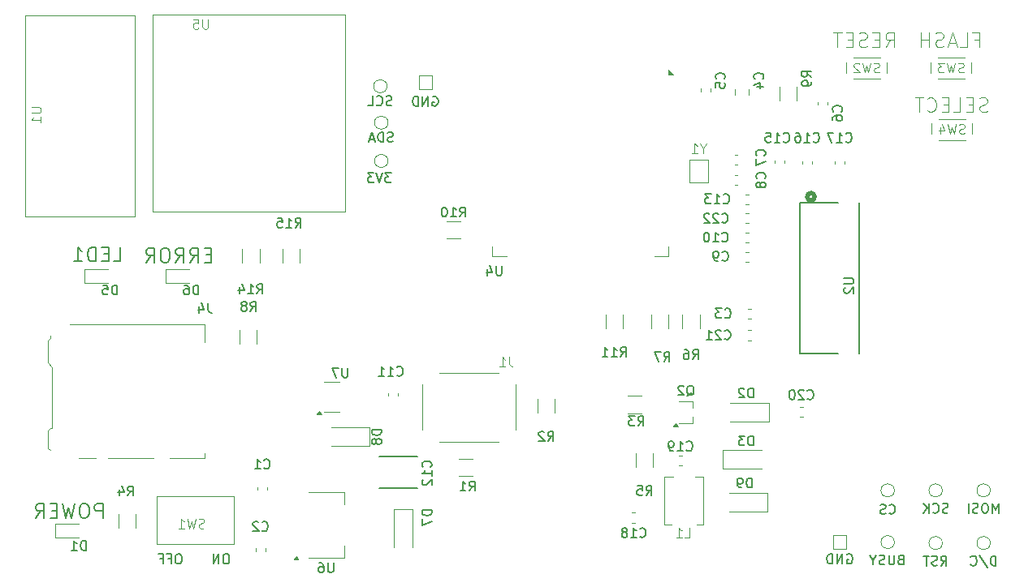
<source format=gbo>
%TF.GenerationSoftware,KiCad,Pcbnew,8.0.8*%
%TF.CreationDate,2025-02-16T18:41:10+09:00*%
%TF.ProjectId,PCB,5043422e-6b69-4636-9164-5f7063625858,rev?*%
%TF.SameCoordinates,Original*%
%TF.FileFunction,Legend,Bot*%
%TF.FilePolarity,Positive*%
%FSLAX46Y46*%
G04 Gerber Fmt 4.6, Leading zero omitted, Abs format (unit mm)*
G04 Created by KiCad (PCBNEW 8.0.8) date 2025-02-16 18:41:10*
%MOMM*%
%LPD*%
G01*
G04 APERTURE LIST*
%ADD10C,0.150000*%
%ADD11C,0.100000*%
%ADD12C,0.120000*%
%ADD13C,0.152400*%
%ADD14C,0.508000*%
G04 APERTURE END LIST*
D10*
X97164286Y-99886128D02*
X97164286Y-98386128D01*
X97164286Y-98386128D02*
X96592857Y-98386128D01*
X96592857Y-98386128D02*
X96450000Y-98457557D01*
X96450000Y-98457557D02*
X96378571Y-98528985D01*
X96378571Y-98528985D02*
X96307143Y-98671842D01*
X96307143Y-98671842D02*
X96307143Y-98886128D01*
X96307143Y-98886128D02*
X96378571Y-99028985D01*
X96378571Y-99028985D02*
X96450000Y-99100414D01*
X96450000Y-99100414D02*
X96592857Y-99171842D01*
X96592857Y-99171842D02*
X97164286Y-99171842D01*
X95378571Y-98386128D02*
X95092857Y-98386128D01*
X95092857Y-98386128D02*
X94950000Y-98457557D01*
X94950000Y-98457557D02*
X94807143Y-98600414D01*
X94807143Y-98600414D02*
X94735714Y-98886128D01*
X94735714Y-98886128D02*
X94735714Y-99386128D01*
X94735714Y-99386128D02*
X94807143Y-99671842D01*
X94807143Y-99671842D02*
X94950000Y-99814700D01*
X94950000Y-99814700D02*
X95092857Y-99886128D01*
X95092857Y-99886128D02*
X95378571Y-99886128D01*
X95378571Y-99886128D02*
X95521429Y-99814700D01*
X95521429Y-99814700D02*
X95664286Y-99671842D01*
X95664286Y-99671842D02*
X95735714Y-99386128D01*
X95735714Y-99386128D02*
X95735714Y-98886128D01*
X95735714Y-98886128D02*
X95664286Y-98600414D01*
X95664286Y-98600414D02*
X95521429Y-98457557D01*
X95521429Y-98457557D02*
X95378571Y-98386128D01*
X94235714Y-98386128D02*
X93878571Y-99886128D01*
X93878571Y-99886128D02*
X93592857Y-98814700D01*
X93592857Y-98814700D02*
X93307142Y-99886128D01*
X93307142Y-99886128D02*
X92950000Y-98386128D01*
X92378571Y-99100414D02*
X91878571Y-99100414D01*
X91664285Y-99886128D02*
X92378571Y-99886128D01*
X92378571Y-99886128D02*
X92378571Y-98386128D01*
X92378571Y-98386128D02*
X91664285Y-98386128D01*
X90164285Y-99886128D02*
X90664285Y-99171842D01*
X91021428Y-99886128D02*
X91021428Y-98386128D01*
X91021428Y-98386128D02*
X90449999Y-98386128D01*
X90449999Y-98386128D02*
X90307142Y-98457557D01*
X90307142Y-98457557D02*
X90235713Y-98528985D01*
X90235713Y-98528985D02*
X90164285Y-98671842D01*
X90164285Y-98671842D02*
X90164285Y-98886128D01*
X90164285Y-98886128D02*
X90235713Y-99028985D01*
X90235713Y-99028985D02*
X90307142Y-99100414D01*
X90307142Y-99100414D02*
X90449999Y-99171842D01*
X90449999Y-99171842D02*
X91021428Y-99171842D01*
X110119047Y-103654819D02*
X109928571Y-103654819D01*
X109928571Y-103654819D02*
X109833333Y-103702438D01*
X109833333Y-103702438D02*
X109738095Y-103797676D01*
X109738095Y-103797676D02*
X109690476Y-103988152D01*
X109690476Y-103988152D02*
X109690476Y-104321485D01*
X109690476Y-104321485D02*
X109738095Y-104511961D01*
X109738095Y-104511961D02*
X109833333Y-104607200D01*
X109833333Y-104607200D02*
X109928571Y-104654819D01*
X109928571Y-104654819D02*
X110119047Y-104654819D01*
X110119047Y-104654819D02*
X110214285Y-104607200D01*
X110214285Y-104607200D02*
X110309523Y-104511961D01*
X110309523Y-104511961D02*
X110357142Y-104321485D01*
X110357142Y-104321485D02*
X110357142Y-103988152D01*
X110357142Y-103988152D02*
X110309523Y-103797676D01*
X110309523Y-103797676D02*
X110214285Y-103702438D01*
X110214285Y-103702438D02*
X110119047Y-103654819D01*
X109261904Y-104654819D02*
X109261904Y-103654819D01*
X109261904Y-103654819D02*
X108690476Y-104654819D01*
X108690476Y-104654819D02*
X108690476Y-103654819D01*
D11*
X178778571Y-50688728D02*
X179278571Y-49974442D01*
X179635714Y-50688728D02*
X179635714Y-49188728D01*
X179635714Y-49188728D02*
X179064285Y-49188728D01*
X179064285Y-49188728D02*
X178921428Y-49260157D01*
X178921428Y-49260157D02*
X178849999Y-49331585D01*
X178849999Y-49331585D02*
X178778571Y-49474442D01*
X178778571Y-49474442D02*
X178778571Y-49688728D01*
X178778571Y-49688728D02*
X178849999Y-49831585D01*
X178849999Y-49831585D02*
X178921428Y-49903014D01*
X178921428Y-49903014D02*
X179064285Y-49974442D01*
X179064285Y-49974442D02*
X179635714Y-49974442D01*
X178135714Y-49903014D02*
X177635714Y-49903014D01*
X177421428Y-50688728D02*
X178135714Y-50688728D01*
X178135714Y-50688728D02*
X178135714Y-49188728D01*
X178135714Y-49188728D02*
X177421428Y-49188728D01*
X176849999Y-50617300D02*
X176635714Y-50688728D01*
X176635714Y-50688728D02*
X176278571Y-50688728D01*
X176278571Y-50688728D02*
X176135714Y-50617300D01*
X176135714Y-50617300D02*
X176064285Y-50545871D01*
X176064285Y-50545871D02*
X175992856Y-50403014D01*
X175992856Y-50403014D02*
X175992856Y-50260157D01*
X175992856Y-50260157D02*
X176064285Y-50117300D01*
X176064285Y-50117300D02*
X176135714Y-50045871D01*
X176135714Y-50045871D02*
X176278571Y-49974442D01*
X176278571Y-49974442D02*
X176564285Y-49903014D01*
X176564285Y-49903014D02*
X176707142Y-49831585D01*
X176707142Y-49831585D02*
X176778571Y-49760157D01*
X176778571Y-49760157D02*
X176849999Y-49617300D01*
X176849999Y-49617300D02*
X176849999Y-49474442D01*
X176849999Y-49474442D02*
X176778571Y-49331585D01*
X176778571Y-49331585D02*
X176707142Y-49260157D01*
X176707142Y-49260157D02*
X176564285Y-49188728D01*
X176564285Y-49188728D02*
X176207142Y-49188728D01*
X176207142Y-49188728D02*
X175992856Y-49260157D01*
X175350000Y-49903014D02*
X174850000Y-49903014D01*
X174635714Y-50688728D02*
X175350000Y-50688728D01*
X175350000Y-50688728D02*
X175350000Y-49188728D01*
X175350000Y-49188728D02*
X174635714Y-49188728D01*
X174207142Y-49188728D02*
X173350000Y-49188728D01*
X173778571Y-50688728D02*
X173778571Y-49188728D01*
D10*
X98278571Y-73086128D02*
X98992857Y-73086128D01*
X98992857Y-73086128D02*
X98992857Y-71586128D01*
X97778571Y-72300414D02*
X97278571Y-72300414D01*
X97064285Y-73086128D02*
X97778571Y-73086128D01*
X97778571Y-73086128D02*
X97778571Y-71586128D01*
X97778571Y-71586128D02*
X97064285Y-71586128D01*
X96421428Y-73086128D02*
X96421428Y-71586128D01*
X96421428Y-71586128D02*
X96064285Y-71586128D01*
X96064285Y-71586128D02*
X95849999Y-71657557D01*
X95849999Y-71657557D02*
X95707142Y-71800414D01*
X95707142Y-71800414D02*
X95635713Y-71943271D01*
X95635713Y-71943271D02*
X95564285Y-72228985D01*
X95564285Y-72228985D02*
X95564285Y-72443271D01*
X95564285Y-72443271D02*
X95635713Y-72728985D01*
X95635713Y-72728985D02*
X95707142Y-72871842D01*
X95707142Y-72871842D02*
X95849999Y-73014700D01*
X95849999Y-73014700D02*
X96064285Y-73086128D01*
X96064285Y-73086128D02*
X96421428Y-73086128D01*
X94135713Y-73086128D02*
X94992856Y-73086128D01*
X94564285Y-73086128D02*
X94564285Y-71586128D01*
X94564285Y-71586128D02*
X94707142Y-71800414D01*
X94707142Y-71800414D02*
X94849999Y-71943271D01*
X94849999Y-71943271D02*
X94992856Y-72014700D01*
X108457143Y-72400414D02*
X107957143Y-72400414D01*
X107742857Y-73186128D02*
X108457143Y-73186128D01*
X108457143Y-73186128D02*
X108457143Y-71686128D01*
X108457143Y-71686128D02*
X107742857Y-71686128D01*
X106242857Y-73186128D02*
X106742857Y-72471842D01*
X107100000Y-73186128D02*
X107100000Y-71686128D01*
X107100000Y-71686128D02*
X106528571Y-71686128D01*
X106528571Y-71686128D02*
X106385714Y-71757557D01*
X106385714Y-71757557D02*
X106314285Y-71828985D01*
X106314285Y-71828985D02*
X106242857Y-71971842D01*
X106242857Y-71971842D02*
X106242857Y-72186128D01*
X106242857Y-72186128D02*
X106314285Y-72328985D01*
X106314285Y-72328985D02*
X106385714Y-72400414D01*
X106385714Y-72400414D02*
X106528571Y-72471842D01*
X106528571Y-72471842D02*
X107100000Y-72471842D01*
X104742857Y-73186128D02*
X105242857Y-72471842D01*
X105600000Y-73186128D02*
X105600000Y-71686128D01*
X105600000Y-71686128D02*
X105028571Y-71686128D01*
X105028571Y-71686128D02*
X104885714Y-71757557D01*
X104885714Y-71757557D02*
X104814285Y-71828985D01*
X104814285Y-71828985D02*
X104742857Y-71971842D01*
X104742857Y-71971842D02*
X104742857Y-72186128D01*
X104742857Y-72186128D02*
X104814285Y-72328985D01*
X104814285Y-72328985D02*
X104885714Y-72400414D01*
X104885714Y-72400414D02*
X105028571Y-72471842D01*
X105028571Y-72471842D02*
X105600000Y-72471842D01*
X103814285Y-71686128D02*
X103528571Y-71686128D01*
X103528571Y-71686128D02*
X103385714Y-71757557D01*
X103385714Y-71757557D02*
X103242857Y-71900414D01*
X103242857Y-71900414D02*
X103171428Y-72186128D01*
X103171428Y-72186128D02*
X103171428Y-72686128D01*
X103171428Y-72686128D02*
X103242857Y-72971842D01*
X103242857Y-72971842D02*
X103385714Y-73114700D01*
X103385714Y-73114700D02*
X103528571Y-73186128D01*
X103528571Y-73186128D02*
X103814285Y-73186128D01*
X103814285Y-73186128D02*
X103957143Y-73114700D01*
X103957143Y-73114700D02*
X104100000Y-72971842D01*
X104100000Y-72971842D02*
X104171428Y-72686128D01*
X104171428Y-72686128D02*
X104171428Y-72186128D01*
X104171428Y-72186128D02*
X104100000Y-71900414D01*
X104100000Y-71900414D02*
X103957143Y-71757557D01*
X103957143Y-71757557D02*
X103814285Y-71686128D01*
X101671428Y-73186128D02*
X102171428Y-72471842D01*
X102528571Y-73186128D02*
X102528571Y-71686128D01*
X102528571Y-71686128D02*
X101957142Y-71686128D01*
X101957142Y-71686128D02*
X101814285Y-71757557D01*
X101814285Y-71757557D02*
X101742856Y-71828985D01*
X101742856Y-71828985D02*
X101671428Y-71971842D01*
X101671428Y-71971842D02*
X101671428Y-72186128D01*
X101671428Y-72186128D02*
X101742856Y-72328985D01*
X101742856Y-72328985D02*
X101814285Y-72400414D01*
X101814285Y-72400414D02*
X101957142Y-72471842D01*
X101957142Y-72471842D02*
X102528571Y-72471842D01*
X105152380Y-103654819D02*
X104961904Y-103654819D01*
X104961904Y-103654819D02*
X104866666Y-103702438D01*
X104866666Y-103702438D02*
X104771428Y-103797676D01*
X104771428Y-103797676D02*
X104723809Y-103988152D01*
X104723809Y-103988152D02*
X104723809Y-104321485D01*
X104723809Y-104321485D02*
X104771428Y-104511961D01*
X104771428Y-104511961D02*
X104866666Y-104607200D01*
X104866666Y-104607200D02*
X104961904Y-104654819D01*
X104961904Y-104654819D02*
X105152380Y-104654819D01*
X105152380Y-104654819D02*
X105247618Y-104607200D01*
X105247618Y-104607200D02*
X105342856Y-104511961D01*
X105342856Y-104511961D02*
X105390475Y-104321485D01*
X105390475Y-104321485D02*
X105390475Y-103988152D01*
X105390475Y-103988152D02*
X105342856Y-103797676D01*
X105342856Y-103797676D02*
X105247618Y-103702438D01*
X105247618Y-103702438D02*
X105152380Y-103654819D01*
X103961904Y-104131009D02*
X104295237Y-104131009D01*
X104295237Y-104654819D02*
X104295237Y-103654819D01*
X104295237Y-103654819D02*
X103819047Y-103654819D01*
X103104761Y-104131009D02*
X103438094Y-104131009D01*
X103438094Y-104654819D02*
X103438094Y-103654819D01*
X103438094Y-103654819D02*
X102961904Y-103654819D01*
D11*
X189414285Y-57417300D02*
X189200000Y-57488728D01*
X189200000Y-57488728D02*
X188842857Y-57488728D01*
X188842857Y-57488728D02*
X188700000Y-57417300D01*
X188700000Y-57417300D02*
X188628571Y-57345871D01*
X188628571Y-57345871D02*
X188557142Y-57203014D01*
X188557142Y-57203014D02*
X188557142Y-57060157D01*
X188557142Y-57060157D02*
X188628571Y-56917300D01*
X188628571Y-56917300D02*
X188700000Y-56845871D01*
X188700000Y-56845871D02*
X188842857Y-56774442D01*
X188842857Y-56774442D02*
X189128571Y-56703014D01*
X189128571Y-56703014D02*
X189271428Y-56631585D01*
X189271428Y-56631585D02*
X189342857Y-56560157D01*
X189342857Y-56560157D02*
X189414285Y-56417300D01*
X189414285Y-56417300D02*
X189414285Y-56274442D01*
X189414285Y-56274442D02*
X189342857Y-56131585D01*
X189342857Y-56131585D02*
X189271428Y-56060157D01*
X189271428Y-56060157D02*
X189128571Y-55988728D01*
X189128571Y-55988728D02*
X188771428Y-55988728D01*
X188771428Y-55988728D02*
X188557142Y-56060157D01*
X187914286Y-56703014D02*
X187414286Y-56703014D01*
X187200000Y-57488728D02*
X187914286Y-57488728D01*
X187914286Y-57488728D02*
X187914286Y-55988728D01*
X187914286Y-55988728D02*
X187200000Y-55988728D01*
X185842857Y-57488728D02*
X186557143Y-57488728D01*
X186557143Y-57488728D02*
X186557143Y-55988728D01*
X185342857Y-56703014D02*
X184842857Y-56703014D01*
X184628571Y-57488728D02*
X185342857Y-57488728D01*
X185342857Y-57488728D02*
X185342857Y-55988728D01*
X185342857Y-55988728D02*
X184628571Y-55988728D01*
X183128571Y-57345871D02*
X183199999Y-57417300D01*
X183199999Y-57417300D02*
X183414285Y-57488728D01*
X183414285Y-57488728D02*
X183557142Y-57488728D01*
X183557142Y-57488728D02*
X183771428Y-57417300D01*
X183771428Y-57417300D02*
X183914285Y-57274442D01*
X183914285Y-57274442D02*
X183985714Y-57131585D01*
X183985714Y-57131585D02*
X184057142Y-56845871D01*
X184057142Y-56845871D02*
X184057142Y-56631585D01*
X184057142Y-56631585D02*
X183985714Y-56345871D01*
X183985714Y-56345871D02*
X183914285Y-56203014D01*
X183914285Y-56203014D02*
X183771428Y-56060157D01*
X183771428Y-56060157D02*
X183557142Y-55988728D01*
X183557142Y-55988728D02*
X183414285Y-55988728D01*
X183414285Y-55988728D02*
X183199999Y-56060157D01*
X183199999Y-56060157D02*
X183128571Y-56131585D01*
X182699999Y-55988728D02*
X181842857Y-55988728D01*
X182271428Y-57488728D02*
X182271428Y-55988728D01*
X188035714Y-49903014D02*
X188535714Y-49903014D01*
X188535714Y-50688728D02*
X188535714Y-49188728D01*
X188535714Y-49188728D02*
X187821428Y-49188728D01*
X186535714Y-50688728D02*
X187250000Y-50688728D01*
X187250000Y-50688728D02*
X187250000Y-49188728D01*
X186107142Y-50260157D02*
X185392857Y-50260157D01*
X186249999Y-50688728D02*
X185749999Y-49188728D01*
X185749999Y-49188728D02*
X185249999Y-50688728D01*
X184821428Y-50617300D02*
X184607143Y-50688728D01*
X184607143Y-50688728D02*
X184250000Y-50688728D01*
X184250000Y-50688728D02*
X184107143Y-50617300D01*
X184107143Y-50617300D02*
X184035714Y-50545871D01*
X184035714Y-50545871D02*
X183964285Y-50403014D01*
X183964285Y-50403014D02*
X183964285Y-50260157D01*
X183964285Y-50260157D02*
X184035714Y-50117300D01*
X184035714Y-50117300D02*
X184107143Y-50045871D01*
X184107143Y-50045871D02*
X184250000Y-49974442D01*
X184250000Y-49974442D02*
X184535714Y-49903014D01*
X184535714Y-49903014D02*
X184678571Y-49831585D01*
X184678571Y-49831585D02*
X184750000Y-49760157D01*
X184750000Y-49760157D02*
X184821428Y-49617300D01*
X184821428Y-49617300D02*
X184821428Y-49474442D01*
X184821428Y-49474442D02*
X184750000Y-49331585D01*
X184750000Y-49331585D02*
X184678571Y-49260157D01*
X184678571Y-49260157D02*
X184535714Y-49188728D01*
X184535714Y-49188728D02*
X184178571Y-49188728D01*
X184178571Y-49188728D02*
X183964285Y-49260157D01*
X183321429Y-50688728D02*
X183321429Y-49188728D01*
X183321429Y-49903014D02*
X182464286Y-49903014D01*
X182464286Y-50688728D02*
X182464286Y-49188728D01*
D10*
X180357142Y-104231009D02*
X180214285Y-104278628D01*
X180214285Y-104278628D02*
X180166666Y-104326247D01*
X180166666Y-104326247D02*
X180119047Y-104421485D01*
X180119047Y-104421485D02*
X180119047Y-104564342D01*
X180119047Y-104564342D02*
X180166666Y-104659580D01*
X180166666Y-104659580D02*
X180214285Y-104707200D01*
X180214285Y-104707200D02*
X180309523Y-104754819D01*
X180309523Y-104754819D02*
X180690475Y-104754819D01*
X180690475Y-104754819D02*
X180690475Y-103754819D01*
X180690475Y-103754819D02*
X180357142Y-103754819D01*
X180357142Y-103754819D02*
X180261904Y-103802438D01*
X180261904Y-103802438D02*
X180214285Y-103850057D01*
X180214285Y-103850057D02*
X180166666Y-103945295D01*
X180166666Y-103945295D02*
X180166666Y-104040533D01*
X180166666Y-104040533D02*
X180214285Y-104135771D01*
X180214285Y-104135771D02*
X180261904Y-104183390D01*
X180261904Y-104183390D02*
X180357142Y-104231009D01*
X180357142Y-104231009D02*
X180690475Y-104231009D01*
X179690475Y-103754819D02*
X179690475Y-104564342D01*
X179690475Y-104564342D02*
X179642856Y-104659580D01*
X179642856Y-104659580D02*
X179595237Y-104707200D01*
X179595237Y-104707200D02*
X179499999Y-104754819D01*
X179499999Y-104754819D02*
X179309523Y-104754819D01*
X179309523Y-104754819D02*
X179214285Y-104707200D01*
X179214285Y-104707200D02*
X179166666Y-104659580D01*
X179166666Y-104659580D02*
X179119047Y-104564342D01*
X179119047Y-104564342D02*
X179119047Y-103754819D01*
X178690475Y-104707200D02*
X178547618Y-104754819D01*
X178547618Y-104754819D02*
X178309523Y-104754819D01*
X178309523Y-104754819D02*
X178214285Y-104707200D01*
X178214285Y-104707200D02*
X178166666Y-104659580D01*
X178166666Y-104659580D02*
X178119047Y-104564342D01*
X178119047Y-104564342D02*
X178119047Y-104469104D01*
X178119047Y-104469104D02*
X178166666Y-104373866D01*
X178166666Y-104373866D02*
X178214285Y-104326247D01*
X178214285Y-104326247D02*
X178309523Y-104278628D01*
X178309523Y-104278628D02*
X178499999Y-104231009D01*
X178499999Y-104231009D02*
X178595237Y-104183390D01*
X178595237Y-104183390D02*
X178642856Y-104135771D01*
X178642856Y-104135771D02*
X178690475Y-104040533D01*
X178690475Y-104040533D02*
X178690475Y-103945295D01*
X178690475Y-103945295D02*
X178642856Y-103850057D01*
X178642856Y-103850057D02*
X178595237Y-103802438D01*
X178595237Y-103802438D02*
X178499999Y-103754819D01*
X178499999Y-103754819D02*
X178261904Y-103754819D01*
X178261904Y-103754819D02*
X178119047Y-103802438D01*
X177499999Y-104278628D02*
X177499999Y-104754819D01*
X177833332Y-103754819D02*
X177499999Y-104278628D01*
X177499999Y-104278628D02*
X177166666Y-103754819D01*
X127238094Y-63854819D02*
X126619047Y-63854819D01*
X126619047Y-63854819D02*
X126952380Y-64235771D01*
X126952380Y-64235771D02*
X126809523Y-64235771D01*
X126809523Y-64235771D02*
X126714285Y-64283390D01*
X126714285Y-64283390D02*
X126666666Y-64331009D01*
X126666666Y-64331009D02*
X126619047Y-64426247D01*
X126619047Y-64426247D02*
X126619047Y-64664342D01*
X126619047Y-64664342D02*
X126666666Y-64759580D01*
X126666666Y-64759580D02*
X126714285Y-64807200D01*
X126714285Y-64807200D02*
X126809523Y-64854819D01*
X126809523Y-64854819D02*
X127095237Y-64854819D01*
X127095237Y-64854819D02*
X127190475Y-64807200D01*
X127190475Y-64807200D02*
X127238094Y-64759580D01*
X126333332Y-63854819D02*
X125999999Y-64854819D01*
X125999999Y-64854819D02*
X125666666Y-63854819D01*
X125428570Y-63854819D02*
X124809523Y-63854819D01*
X124809523Y-63854819D02*
X125142856Y-64235771D01*
X125142856Y-64235771D02*
X124999999Y-64235771D01*
X124999999Y-64235771D02*
X124904761Y-64283390D01*
X124904761Y-64283390D02*
X124857142Y-64331009D01*
X124857142Y-64331009D02*
X124809523Y-64426247D01*
X124809523Y-64426247D02*
X124809523Y-64664342D01*
X124809523Y-64664342D02*
X124857142Y-64759580D01*
X124857142Y-64759580D02*
X124904761Y-64807200D01*
X124904761Y-64807200D02*
X124999999Y-64854819D01*
X124999999Y-64854819D02*
X125285713Y-64854819D01*
X125285713Y-64854819D02*
X125380951Y-64807200D01*
X125380951Y-64807200D02*
X125428570Y-64759580D01*
X184547619Y-104854819D02*
X184880952Y-104378628D01*
X185119047Y-104854819D02*
X185119047Y-103854819D01*
X185119047Y-103854819D02*
X184738095Y-103854819D01*
X184738095Y-103854819D02*
X184642857Y-103902438D01*
X184642857Y-103902438D02*
X184595238Y-103950057D01*
X184595238Y-103950057D02*
X184547619Y-104045295D01*
X184547619Y-104045295D02*
X184547619Y-104188152D01*
X184547619Y-104188152D02*
X184595238Y-104283390D01*
X184595238Y-104283390D02*
X184642857Y-104331009D01*
X184642857Y-104331009D02*
X184738095Y-104378628D01*
X184738095Y-104378628D02*
X185119047Y-104378628D01*
X184166666Y-104807200D02*
X184023809Y-104854819D01*
X184023809Y-104854819D02*
X183785714Y-104854819D01*
X183785714Y-104854819D02*
X183690476Y-104807200D01*
X183690476Y-104807200D02*
X183642857Y-104759580D01*
X183642857Y-104759580D02*
X183595238Y-104664342D01*
X183595238Y-104664342D02*
X183595238Y-104569104D01*
X183595238Y-104569104D02*
X183642857Y-104473866D01*
X183642857Y-104473866D02*
X183690476Y-104426247D01*
X183690476Y-104426247D02*
X183785714Y-104378628D01*
X183785714Y-104378628D02*
X183976190Y-104331009D01*
X183976190Y-104331009D02*
X184071428Y-104283390D01*
X184071428Y-104283390D02*
X184119047Y-104235771D01*
X184119047Y-104235771D02*
X184166666Y-104140533D01*
X184166666Y-104140533D02*
X184166666Y-104045295D01*
X184166666Y-104045295D02*
X184119047Y-103950057D01*
X184119047Y-103950057D02*
X184071428Y-103902438D01*
X184071428Y-103902438D02*
X183976190Y-103854819D01*
X183976190Y-103854819D02*
X183738095Y-103854819D01*
X183738095Y-103854819D02*
X183595238Y-103902438D01*
X183309523Y-103854819D02*
X182738095Y-103854819D01*
X183023809Y-104854819D02*
X183023809Y-103854819D01*
X131561904Y-55902438D02*
X131657142Y-55854819D01*
X131657142Y-55854819D02*
X131799999Y-55854819D01*
X131799999Y-55854819D02*
X131942856Y-55902438D01*
X131942856Y-55902438D02*
X132038094Y-55997676D01*
X132038094Y-55997676D02*
X132085713Y-56092914D01*
X132085713Y-56092914D02*
X132133332Y-56283390D01*
X132133332Y-56283390D02*
X132133332Y-56426247D01*
X132133332Y-56426247D02*
X132085713Y-56616723D01*
X132085713Y-56616723D02*
X132038094Y-56711961D01*
X132038094Y-56711961D02*
X131942856Y-56807200D01*
X131942856Y-56807200D02*
X131799999Y-56854819D01*
X131799999Y-56854819D02*
X131704761Y-56854819D01*
X131704761Y-56854819D02*
X131561904Y-56807200D01*
X131561904Y-56807200D02*
X131514285Y-56759580D01*
X131514285Y-56759580D02*
X131514285Y-56426247D01*
X131514285Y-56426247D02*
X131704761Y-56426247D01*
X131085713Y-56854819D02*
X131085713Y-55854819D01*
X131085713Y-55854819D02*
X130514285Y-56854819D01*
X130514285Y-56854819D02*
X130514285Y-55854819D01*
X130038094Y-56854819D02*
X130038094Y-55854819D01*
X130038094Y-55854819D02*
X129799999Y-55854819D01*
X129799999Y-55854819D02*
X129657142Y-55902438D01*
X129657142Y-55902438D02*
X129561904Y-55997676D01*
X129561904Y-55997676D02*
X129514285Y-56092914D01*
X129514285Y-56092914D02*
X129466666Y-56283390D01*
X129466666Y-56283390D02*
X129466666Y-56426247D01*
X129466666Y-56426247D02*
X129514285Y-56616723D01*
X129514285Y-56616723D02*
X129561904Y-56711961D01*
X129561904Y-56711961D02*
X129657142Y-56807200D01*
X129657142Y-56807200D02*
X129799999Y-56854819D01*
X129799999Y-56854819D02*
X130038094Y-56854819D01*
X158030357Y-92779580D02*
X158077976Y-92827200D01*
X158077976Y-92827200D02*
X158220833Y-92874819D01*
X158220833Y-92874819D02*
X158316071Y-92874819D01*
X158316071Y-92874819D02*
X158458928Y-92827200D01*
X158458928Y-92827200D02*
X158554166Y-92731961D01*
X158554166Y-92731961D02*
X158601785Y-92636723D01*
X158601785Y-92636723D02*
X158649404Y-92446247D01*
X158649404Y-92446247D02*
X158649404Y-92303390D01*
X158649404Y-92303390D02*
X158601785Y-92112914D01*
X158601785Y-92112914D02*
X158554166Y-92017676D01*
X158554166Y-92017676D02*
X158458928Y-91922438D01*
X158458928Y-91922438D02*
X158316071Y-91874819D01*
X158316071Y-91874819D02*
X158220833Y-91874819D01*
X158220833Y-91874819D02*
X158077976Y-91922438D01*
X158077976Y-91922438D02*
X158030357Y-91970057D01*
X157077976Y-92874819D02*
X157649404Y-92874819D01*
X157363690Y-92874819D02*
X157363690Y-91874819D01*
X157363690Y-91874819D02*
X157458928Y-92017676D01*
X157458928Y-92017676D02*
X157554166Y-92112914D01*
X157554166Y-92112914D02*
X157649404Y-92160533D01*
X156601785Y-92874819D02*
X156411309Y-92874819D01*
X156411309Y-92874819D02*
X156316071Y-92827200D01*
X156316071Y-92827200D02*
X156268452Y-92779580D01*
X156268452Y-92779580D02*
X156173214Y-92636723D01*
X156173214Y-92636723D02*
X156125595Y-92446247D01*
X156125595Y-92446247D02*
X156125595Y-92065295D01*
X156125595Y-92065295D02*
X156173214Y-91970057D01*
X156173214Y-91970057D02*
X156220833Y-91922438D01*
X156220833Y-91922438D02*
X156316071Y-91874819D01*
X156316071Y-91874819D02*
X156506547Y-91874819D01*
X156506547Y-91874819D02*
X156601785Y-91922438D01*
X156601785Y-91922438D02*
X156649404Y-91970057D01*
X156649404Y-91970057D02*
X156697023Y-92065295D01*
X156697023Y-92065295D02*
X156697023Y-92303390D01*
X156697023Y-92303390D02*
X156649404Y-92398628D01*
X156649404Y-92398628D02*
X156601785Y-92446247D01*
X156601785Y-92446247D02*
X156506547Y-92493866D01*
X156506547Y-92493866D02*
X156316071Y-92493866D01*
X156316071Y-92493866D02*
X156220833Y-92446247D01*
X156220833Y-92446247D02*
X156173214Y-92398628D01*
X156173214Y-92398628D02*
X156125595Y-92303390D01*
X108133333Y-77454819D02*
X108133333Y-78169104D01*
X108133333Y-78169104D02*
X108180952Y-78311961D01*
X108180952Y-78311961D02*
X108276190Y-78407200D01*
X108276190Y-78407200D02*
X108419047Y-78454819D01*
X108419047Y-78454819D02*
X108514285Y-78454819D01*
X107228571Y-77788152D02*
X107228571Y-78454819D01*
X107466666Y-77407200D02*
X107704761Y-78121485D01*
X107704761Y-78121485D02*
X107085714Y-78121485D01*
D11*
X107733332Y-100909800D02*
X107590475Y-100957419D01*
X107590475Y-100957419D02*
X107352380Y-100957419D01*
X107352380Y-100957419D02*
X107257142Y-100909800D01*
X107257142Y-100909800D02*
X107209523Y-100862180D01*
X107209523Y-100862180D02*
X107161904Y-100766942D01*
X107161904Y-100766942D02*
X107161904Y-100671704D01*
X107161904Y-100671704D02*
X107209523Y-100576466D01*
X107209523Y-100576466D02*
X107257142Y-100528847D01*
X107257142Y-100528847D02*
X107352380Y-100481228D01*
X107352380Y-100481228D02*
X107542856Y-100433609D01*
X107542856Y-100433609D02*
X107638094Y-100385990D01*
X107638094Y-100385990D02*
X107685713Y-100338371D01*
X107685713Y-100338371D02*
X107733332Y-100243133D01*
X107733332Y-100243133D02*
X107733332Y-100147895D01*
X107733332Y-100147895D02*
X107685713Y-100052657D01*
X107685713Y-100052657D02*
X107638094Y-100005038D01*
X107638094Y-100005038D02*
X107542856Y-99957419D01*
X107542856Y-99957419D02*
X107304761Y-99957419D01*
X107304761Y-99957419D02*
X107161904Y-100005038D01*
X106828570Y-99957419D02*
X106590475Y-100957419D01*
X106590475Y-100957419D02*
X106399999Y-100243133D01*
X106399999Y-100243133D02*
X106209523Y-100957419D01*
X106209523Y-100957419D02*
X105971428Y-99957419D01*
X105066666Y-100957419D02*
X105638094Y-100957419D01*
X105352380Y-100957419D02*
X105352380Y-99957419D01*
X105352380Y-99957419D02*
X105447618Y-100100276D01*
X105447618Y-100100276D02*
X105542856Y-100195514D01*
X105542856Y-100195514D02*
X105638094Y-100243133D01*
D10*
X113766666Y-101159580D02*
X113814285Y-101207200D01*
X113814285Y-101207200D02*
X113957142Y-101254819D01*
X113957142Y-101254819D02*
X114052380Y-101254819D01*
X114052380Y-101254819D02*
X114195237Y-101207200D01*
X114195237Y-101207200D02*
X114290475Y-101111961D01*
X114290475Y-101111961D02*
X114338094Y-101016723D01*
X114338094Y-101016723D02*
X114385713Y-100826247D01*
X114385713Y-100826247D02*
X114385713Y-100683390D01*
X114385713Y-100683390D02*
X114338094Y-100492914D01*
X114338094Y-100492914D02*
X114290475Y-100397676D01*
X114290475Y-100397676D02*
X114195237Y-100302438D01*
X114195237Y-100302438D02*
X114052380Y-100254819D01*
X114052380Y-100254819D02*
X113957142Y-100254819D01*
X113957142Y-100254819D02*
X113814285Y-100302438D01*
X113814285Y-100302438D02*
X113766666Y-100350057D01*
X113385713Y-100350057D02*
X113338094Y-100302438D01*
X113338094Y-100302438D02*
X113242856Y-100254819D01*
X113242856Y-100254819D02*
X113004761Y-100254819D01*
X113004761Y-100254819D02*
X112909523Y-100302438D01*
X112909523Y-100302438D02*
X112861904Y-100350057D01*
X112861904Y-100350057D02*
X112814285Y-100445295D01*
X112814285Y-100445295D02*
X112814285Y-100540533D01*
X112814285Y-100540533D02*
X112861904Y-100683390D01*
X112861904Y-100683390D02*
X113433332Y-101254819D01*
X113433332Y-101254819D02*
X112814285Y-101254819D01*
X113966666Y-94659580D02*
X114014285Y-94707200D01*
X114014285Y-94707200D02*
X114157142Y-94754819D01*
X114157142Y-94754819D02*
X114252380Y-94754819D01*
X114252380Y-94754819D02*
X114395237Y-94707200D01*
X114395237Y-94707200D02*
X114490475Y-94611961D01*
X114490475Y-94611961D02*
X114538094Y-94516723D01*
X114538094Y-94516723D02*
X114585713Y-94326247D01*
X114585713Y-94326247D02*
X114585713Y-94183390D01*
X114585713Y-94183390D02*
X114538094Y-93992914D01*
X114538094Y-93992914D02*
X114490475Y-93897676D01*
X114490475Y-93897676D02*
X114395237Y-93802438D01*
X114395237Y-93802438D02*
X114252380Y-93754819D01*
X114252380Y-93754819D02*
X114157142Y-93754819D01*
X114157142Y-93754819D02*
X114014285Y-93802438D01*
X114014285Y-93802438D02*
X113966666Y-93850057D01*
X113014285Y-94754819D02*
X113585713Y-94754819D01*
X113299999Y-94754819D02*
X113299999Y-93754819D01*
X113299999Y-93754819D02*
X113395237Y-93897676D01*
X113395237Y-93897676D02*
X113490475Y-93992914D01*
X113490475Y-93992914D02*
X113585713Y-94040533D01*
X99766666Y-97554819D02*
X100099999Y-97078628D01*
X100338094Y-97554819D02*
X100338094Y-96554819D01*
X100338094Y-96554819D02*
X99957142Y-96554819D01*
X99957142Y-96554819D02*
X99861904Y-96602438D01*
X99861904Y-96602438D02*
X99814285Y-96650057D01*
X99814285Y-96650057D02*
X99766666Y-96745295D01*
X99766666Y-96745295D02*
X99766666Y-96888152D01*
X99766666Y-96888152D02*
X99814285Y-96983390D01*
X99814285Y-96983390D02*
X99861904Y-97031009D01*
X99861904Y-97031009D02*
X99957142Y-97078628D01*
X99957142Y-97078628D02*
X100338094Y-97078628D01*
X98909523Y-96888152D02*
X98909523Y-97554819D01*
X99147618Y-96507200D02*
X99385713Y-97221485D01*
X99385713Y-97221485D02*
X98766666Y-97221485D01*
X166197080Y-64433333D02*
X166244700Y-64385714D01*
X166244700Y-64385714D02*
X166292319Y-64242857D01*
X166292319Y-64242857D02*
X166292319Y-64147619D01*
X166292319Y-64147619D02*
X166244700Y-64004762D01*
X166244700Y-64004762D02*
X166149461Y-63909524D01*
X166149461Y-63909524D02*
X166054223Y-63861905D01*
X166054223Y-63861905D02*
X165863747Y-63814286D01*
X165863747Y-63814286D02*
X165720890Y-63814286D01*
X165720890Y-63814286D02*
X165530414Y-63861905D01*
X165530414Y-63861905D02*
X165435176Y-63909524D01*
X165435176Y-63909524D02*
X165339938Y-64004762D01*
X165339938Y-64004762D02*
X165292319Y-64147619D01*
X165292319Y-64147619D02*
X165292319Y-64242857D01*
X165292319Y-64242857D02*
X165339938Y-64385714D01*
X165339938Y-64385714D02*
X165387557Y-64433333D01*
X165720890Y-65004762D02*
X165673271Y-64909524D01*
X165673271Y-64909524D02*
X165625652Y-64861905D01*
X165625652Y-64861905D02*
X165530414Y-64814286D01*
X165530414Y-64814286D02*
X165482795Y-64814286D01*
X165482795Y-64814286D02*
X165387557Y-64861905D01*
X165387557Y-64861905D02*
X165339938Y-64909524D01*
X165339938Y-64909524D02*
X165292319Y-65004762D01*
X165292319Y-65004762D02*
X165292319Y-65195238D01*
X165292319Y-65195238D02*
X165339938Y-65290476D01*
X165339938Y-65290476D02*
X165387557Y-65338095D01*
X165387557Y-65338095D02*
X165482795Y-65385714D01*
X165482795Y-65385714D02*
X165530414Y-65385714D01*
X165530414Y-65385714D02*
X165625652Y-65338095D01*
X165625652Y-65338095D02*
X165673271Y-65290476D01*
X165673271Y-65290476D02*
X165720890Y-65195238D01*
X165720890Y-65195238D02*
X165720890Y-65004762D01*
X165720890Y-65004762D02*
X165768509Y-64909524D01*
X165768509Y-64909524D02*
X165816128Y-64861905D01*
X165816128Y-64861905D02*
X165911366Y-64814286D01*
X165911366Y-64814286D02*
X166101842Y-64814286D01*
X166101842Y-64814286D02*
X166197080Y-64861905D01*
X166197080Y-64861905D02*
X166244700Y-64909524D01*
X166244700Y-64909524D02*
X166292319Y-65004762D01*
X166292319Y-65004762D02*
X166292319Y-65195238D01*
X166292319Y-65195238D02*
X166244700Y-65290476D01*
X166244700Y-65290476D02*
X166197080Y-65338095D01*
X166197080Y-65338095D02*
X166101842Y-65385714D01*
X166101842Y-65385714D02*
X165911366Y-65385714D01*
X165911366Y-65385714D02*
X165816128Y-65338095D01*
X165816128Y-65338095D02*
X165768509Y-65290476D01*
X165768509Y-65290476D02*
X165720890Y-65195238D01*
X127842857Y-84959580D02*
X127890476Y-85007200D01*
X127890476Y-85007200D02*
X128033333Y-85054819D01*
X128033333Y-85054819D02*
X128128571Y-85054819D01*
X128128571Y-85054819D02*
X128271428Y-85007200D01*
X128271428Y-85007200D02*
X128366666Y-84911961D01*
X128366666Y-84911961D02*
X128414285Y-84816723D01*
X128414285Y-84816723D02*
X128461904Y-84626247D01*
X128461904Y-84626247D02*
X128461904Y-84483390D01*
X128461904Y-84483390D02*
X128414285Y-84292914D01*
X128414285Y-84292914D02*
X128366666Y-84197676D01*
X128366666Y-84197676D02*
X128271428Y-84102438D01*
X128271428Y-84102438D02*
X128128571Y-84054819D01*
X128128571Y-84054819D02*
X128033333Y-84054819D01*
X128033333Y-84054819D02*
X127890476Y-84102438D01*
X127890476Y-84102438D02*
X127842857Y-84150057D01*
X126890476Y-85054819D02*
X127461904Y-85054819D01*
X127176190Y-85054819D02*
X127176190Y-84054819D01*
X127176190Y-84054819D02*
X127271428Y-84197676D01*
X127271428Y-84197676D02*
X127366666Y-84292914D01*
X127366666Y-84292914D02*
X127461904Y-84340533D01*
X125938095Y-85054819D02*
X126509523Y-85054819D01*
X126223809Y-85054819D02*
X126223809Y-84054819D01*
X126223809Y-84054819D02*
X126319047Y-84197676D01*
X126319047Y-84197676D02*
X126414285Y-84292914D01*
X126414285Y-84292914D02*
X126509523Y-84340533D01*
X126204819Y-90661905D02*
X125204819Y-90661905D01*
X125204819Y-90661905D02*
X125204819Y-90900000D01*
X125204819Y-90900000D02*
X125252438Y-91042857D01*
X125252438Y-91042857D02*
X125347676Y-91138095D01*
X125347676Y-91138095D02*
X125442914Y-91185714D01*
X125442914Y-91185714D02*
X125633390Y-91233333D01*
X125633390Y-91233333D02*
X125776247Y-91233333D01*
X125776247Y-91233333D02*
X125966723Y-91185714D01*
X125966723Y-91185714D02*
X126061961Y-91138095D01*
X126061961Y-91138095D02*
X126157200Y-91042857D01*
X126157200Y-91042857D02*
X126204819Y-90900000D01*
X126204819Y-90900000D02*
X126204819Y-90661905D01*
X125633390Y-91804762D02*
X125585771Y-91709524D01*
X125585771Y-91709524D02*
X125538152Y-91661905D01*
X125538152Y-91661905D02*
X125442914Y-91614286D01*
X125442914Y-91614286D02*
X125395295Y-91614286D01*
X125395295Y-91614286D02*
X125300057Y-91661905D01*
X125300057Y-91661905D02*
X125252438Y-91709524D01*
X125252438Y-91709524D02*
X125204819Y-91804762D01*
X125204819Y-91804762D02*
X125204819Y-91995238D01*
X125204819Y-91995238D02*
X125252438Y-92090476D01*
X125252438Y-92090476D02*
X125300057Y-92138095D01*
X125300057Y-92138095D02*
X125395295Y-92185714D01*
X125395295Y-92185714D02*
X125442914Y-92185714D01*
X125442914Y-92185714D02*
X125538152Y-92138095D01*
X125538152Y-92138095D02*
X125585771Y-92090476D01*
X125585771Y-92090476D02*
X125633390Y-91995238D01*
X125633390Y-91995238D02*
X125633390Y-91804762D01*
X125633390Y-91804762D02*
X125681009Y-91709524D01*
X125681009Y-91709524D02*
X125728628Y-91661905D01*
X125728628Y-91661905D02*
X125823866Y-91614286D01*
X125823866Y-91614286D02*
X126014342Y-91614286D01*
X126014342Y-91614286D02*
X126109580Y-91661905D01*
X126109580Y-91661905D02*
X126157200Y-91709524D01*
X126157200Y-91709524D02*
X126204819Y-91804762D01*
X126204819Y-91804762D02*
X126204819Y-91995238D01*
X126204819Y-91995238D02*
X126157200Y-92090476D01*
X126157200Y-92090476D02*
X126109580Y-92138095D01*
X126109580Y-92138095D02*
X126014342Y-92185714D01*
X126014342Y-92185714D02*
X125823866Y-92185714D01*
X125823866Y-92185714D02*
X125728628Y-92138095D01*
X125728628Y-92138095D02*
X125681009Y-92090476D01*
X125681009Y-92090476D02*
X125633390Y-91995238D01*
X164838094Y-96704819D02*
X164838094Y-95704819D01*
X164838094Y-95704819D02*
X164599999Y-95704819D01*
X164599999Y-95704819D02*
X164457142Y-95752438D01*
X164457142Y-95752438D02*
X164361904Y-95847676D01*
X164361904Y-95847676D02*
X164314285Y-95942914D01*
X164314285Y-95942914D02*
X164266666Y-96133390D01*
X164266666Y-96133390D02*
X164266666Y-96276247D01*
X164266666Y-96276247D02*
X164314285Y-96466723D01*
X164314285Y-96466723D02*
X164361904Y-96561961D01*
X164361904Y-96561961D02*
X164457142Y-96657200D01*
X164457142Y-96657200D02*
X164599999Y-96704819D01*
X164599999Y-96704819D02*
X164838094Y-96704819D01*
X163790475Y-96704819D02*
X163599999Y-96704819D01*
X163599999Y-96704819D02*
X163504761Y-96657200D01*
X163504761Y-96657200D02*
X163457142Y-96609580D01*
X163457142Y-96609580D02*
X163361904Y-96466723D01*
X163361904Y-96466723D02*
X163314285Y-96276247D01*
X163314285Y-96276247D02*
X163314285Y-95895295D01*
X163314285Y-95895295D02*
X163361904Y-95800057D01*
X163361904Y-95800057D02*
X163409523Y-95752438D01*
X163409523Y-95752438D02*
X163504761Y-95704819D01*
X163504761Y-95704819D02*
X163695237Y-95704819D01*
X163695237Y-95704819D02*
X163790475Y-95752438D01*
X163790475Y-95752438D02*
X163838094Y-95800057D01*
X163838094Y-95800057D02*
X163885713Y-95895295D01*
X163885713Y-95895295D02*
X163885713Y-96133390D01*
X163885713Y-96133390D02*
X163838094Y-96228628D01*
X163838094Y-96228628D02*
X163790475Y-96276247D01*
X163790475Y-96276247D02*
X163695237Y-96323866D01*
X163695237Y-96323866D02*
X163504761Y-96323866D01*
X163504761Y-96323866D02*
X163409523Y-96276247D01*
X163409523Y-96276247D02*
X163361904Y-96228628D01*
X163361904Y-96228628D02*
X163314285Y-96133390D01*
X113242857Y-76454819D02*
X113576190Y-75978628D01*
X113814285Y-76454819D02*
X113814285Y-75454819D01*
X113814285Y-75454819D02*
X113433333Y-75454819D01*
X113433333Y-75454819D02*
X113338095Y-75502438D01*
X113338095Y-75502438D02*
X113290476Y-75550057D01*
X113290476Y-75550057D02*
X113242857Y-75645295D01*
X113242857Y-75645295D02*
X113242857Y-75788152D01*
X113242857Y-75788152D02*
X113290476Y-75883390D01*
X113290476Y-75883390D02*
X113338095Y-75931009D01*
X113338095Y-75931009D02*
X113433333Y-75978628D01*
X113433333Y-75978628D02*
X113814285Y-75978628D01*
X112290476Y-76454819D02*
X112861904Y-76454819D01*
X112576190Y-76454819D02*
X112576190Y-75454819D01*
X112576190Y-75454819D02*
X112671428Y-75597676D01*
X112671428Y-75597676D02*
X112766666Y-75692914D01*
X112766666Y-75692914D02*
X112861904Y-75740533D01*
X111433333Y-75788152D02*
X111433333Y-76454819D01*
X111671428Y-75407200D02*
X111909523Y-76121485D01*
X111909523Y-76121485D02*
X111290476Y-76121485D01*
X165959580Y-54033333D02*
X166007200Y-53985714D01*
X166007200Y-53985714D02*
X166054819Y-53842857D01*
X166054819Y-53842857D02*
X166054819Y-53747619D01*
X166054819Y-53747619D02*
X166007200Y-53604762D01*
X166007200Y-53604762D02*
X165911961Y-53509524D01*
X165911961Y-53509524D02*
X165816723Y-53461905D01*
X165816723Y-53461905D02*
X165626247Y-53414286D01*
X165626247Y-53414286D02*
X165483390Y-53414286D01*
X165483390Y-53414286D02*
X165292914Y-53461905D01*
X165292914Y-53461905D02*
X165197676Y-53509524D01*
X165197676Y-53509524D02*
X165102438Y-53604762D01*
X165102438Y-53604762D02*
X165054819Y-53747619D01*
X165054819Y-53747619D02*
X165054819Y-53842857D01*
X165054819Y-53842857D02*
X165102438Y-53985714D01*
X165102438Y-53985714D02*
X165150057Y-54033333D01*
X165388152Y-54890476D02*
X166054819Y-54890476D01*
X165007200Y-54652381D02*
X165721485Y-54414286D01*
X165721485Y-54414286D02*
X165721485Y-55033333D01*
X161992857Y-81159580D02*
X162040476Y-81207200D01*
X162040476Y-81207200D02*
X162183333Y-81254819D01*
X162183333Y-81254819D02*
X162278571Y-81254819D01*
X162278571Y-81254819D02*
X162421428Y-81207200D01*
X162421428Y-81207200D02*
X162516666Y-81111961D01*
X162516666Y-81111961D02*
X162564285Y-81016723D01*
X162564285Y-81016723D02*
X162611904Y-80826247D01*
X162611904Y-80826247D02*
X162611904Y-80683390D01*
X162611904Y-80683390D02*
X162564285Y-80492914D01*
X162564285Y-80492914D02*
X162516666Y-80397676D01*
X162516666Y-80397676D02*
X162421428Y-80302438D01*
X162421428Y-80302438D02*
X162278571Y-80254819D01*
X162278571Y-80254819D02*
X162183333Y-80254819D01*
X162183333Y-80254819D02*
X162040476Y-80302438D01*
X162040476Y-80302438D02*
X161992857Y-80350057D01*
X161611904Y-80350057D02*
X161564285Y-80302438D01*
X161564285Y-80302438D02*
X161469047Y-80254819D01*
X161469047Y-80254819D02*
X161230952Y-80254819D01*
X161230952Y-80254819D02*
X161135714Y-80302438D01*
X161135714Y-80302438D02*
X161088095Y-80350057D01*
X161088095Y-80350057D02*
X161040476Y-80445295D01*
X161040476Y-80445295D02*
X161040476Y-80540533D01*
X161040476Y-80540533D02*
X161088095Y-80683390D01*
X161088095Y-80683390D02*
X161659523Y-81254819D01*
X161659523Y-81254819D02*
X161040476Y-81254819D01*
X160088095Y-81254819D02*
X160659523Y-81254819D01*
X160373809Y-81254819D02*
X160373809Y-80254819D01*
X160373809Y-80254819D02*
X160469047Y-80397676D01*
X160469047Y-80397676D02*
X160564285Y-80492914D01*
X160564285Y-80492914D02*
X160659523Y-80540533D01*
X127290475Y-56757200D02*
X127147618Y-56804819D01*
X127147618Y-56804819D02*
X126909523Y-56804819D01*
X126909523Y-56804819D02*
X126814285Y-56757200D01*
X126814285Y-56757200D02*
X126766666Y-56709580D01*
X126766666Y-56709580D02*
X126719047Y-56614342D01*
X126719047Y-56614342D02*
X126719047Y-56519104D01*
X126719047Y-56519104D02*
X126766666Y-56423866D01*
X126766666Y-56423866D02*
X126814285Y-56376247D01*
X126814285Y-56376247D02*
X126909523Y-56328628D01*
X126909523Y-56328628D02*
X127099999Y-56281009D01*
X127099999Y-56281009D02*
X127195237Y-56233390D01*
X127195237Y-56233390D02*
X127242856Y-56185771D01*
X127242856Y-56185771D02*
X127290475Y-56090533D01*
X127290475Y-56090533D02*
X127290475Y-55995295D01*
X127290475Y-55995295D02*
X127242856Y-55900057D01*
X127242856Y-55900057D02*
X127195237Y-55852438D01*
X127195237Y-55852438D02*
X127099999Y-55804819D01*
X127099999Y-55804819D02*
X126861904Y-55804819D01*
X126861904Y-55804819D02*
X126719047Y-55852438D01*
X125719047Y-56709580D02*
X125766666Y-56757200D01*
X125766666Y-56757200D02*
X125909523Y-56804819D01*
X125909523Y-56804819D02*
X126004761Y-56804819D01*
X126004761Y-56804819D02*
X126147618Y-56757200D01*
X126147618Y-56757200D02*
X126242856Y-56661961D01*
X126242856Y-56661961D02*
X126290475Y-56566723D01*
X126290475Y-56566723D02*
X126338094Y-56376247D01*
X126338094Y-56376247D02*
X126338094Y-56233390D01*
X126338094Y-56233390D02*
X126290475Y-56042914D01*
X126290475Y-56042914D02*
X126242856Y-55947676D01*
X126242856Y-55947676D02*
X126147618Y-55852438D01*
X126147618Y-55852438D02*
X126004761Y-55804819D01*
X126004761Y-55804819D02*
X125909523Y-55804819D01*
X125909523Y-55804819D02*
X125766666Y-55852438D01*
X125766666Y-55852438D02*
X125719047Y-55900057D01*
X124814285Y-56804819D02*
X125290475Y-56804819D01*
X125290475Y-56804819D02*
X125290475Y-55804819D01*
D11*
X187033332Y-59709800D02*
X186890475Y-59757419D01*
X186890475Y-59757419D02*
X186652380Y-59757419D01*
X186652380Y-59757419D02*
X186557142Y-59709800D01*
X186557142Y-59709800D02*
X186509523Y-59662180D01*
X186509523Y-59662180D02*
X186461904Y-59566942D01*
X186461904Y-59566942D02*
X186461904Y-59471704D01*
X186461904Y-59471704D02*
X186509523Y-59376466D01*
X186509523Y-59376466D02*
X186557142Y-59328847D01*
X186557142Y-59328847D02*
X186652380Y-59281228D01*
X186652380Y-59281228D02*
X186842856Y-59233609D01*
X186842856Y-59233609D02*
X186938094Y-59185990D01*
X186938094Y-59185990D02*
X186985713Y-59138371D01*
X186985713Y-59138371D02*
X187033332Y-59043133D01*
X187033332Y-59043133D02*
X187033332Y-58947895D01*
X187033332Y-58947895D02*
X186985713Y-58852657D01*
X186985713Y-58852657D02*
X186938094Y-58805038D01*
X186938094Y-58805038D02*
X186842856Y-58757419D01*
X186842856Y-58757419D02*
X186604761Y-58757419D01*
X186604761Y-58757419D02*
X186461904Y-58805038D01*
X186128570Y-58757419D02*
X185890475Y-59757419D01*
X185890475Y-59757419D02*
X185699999Y-59043133D01*
X185699999Y-59043133D02*
X185509523Y-59757419D01*
X185509523Y-59757419D02*
X185271428Y-58757419D01*
X184461904Y-59090752D02*
X184461904Y-59757419D01*
X184699999Y-58709800D02*
X184938094Y-59424085D01*
X184938094Y-59424085D02*
X184319047Y-59424085D01*
D10*
X134392857Y-68434819D02*
X134726190Y-67958628D01*
X134964285Y-68434819D02*
X134964285Y-67434819D01*
X134964285Y-67434819D02*
X134583333Y-67434819D01*
X134583333Y-67434819D02*
X134488095Y-67482438D01*
X134488095Y-67482438D02*
X134440476Y-67530057D01*
X134440476Y-67530057D02*
X134392857Y-67625295D01*
X134392857Y-67625295D02*
X134392857Y-67768152D01*
X134392857Y-67768152D02*
X134440476Y-67863390D01*
X134440476Y-67863390D02*
X134488095Y-67911009D01*
X134488095Y-67911009D02*
X134583333Y-67958628D01*
X134583333Y-67958628D02*
X134964285Y-67958628D01*
X133440476Y-68434819D02*
X134011904Y-68434819D01*
X133726190Y-68434819D02*
X133726190Y-67434819D01*
X133726190Y-67434819D02*
X133821428Y-67577676D01*
X133821428Y-67577676D02*
X133916666Y-67672914D01*
X133916666Y-67672914D02*
X134011904Y-67720533D01*
X132821428Y-67434819D02*
X132726190Y-67434819D01*
X132726190Y-67434819D02*
X132630952Y-67482438D01*
X132630952Y-67482438D02*
X132583333Y-67530057D01*
X132583333Y-67530057D02*
X132535714Y-67625295D01*
X132535714Y-67625295D02*
X132488095Y-67815771D01*
X132488095Y-67815771D02*
X132488095Y-68053866D01*
X132488095Y-68053866D02*
X132535714Y-68244342D01*
X132535714Y-68244342D02*
X132583333Y-68339580D01*
X132583333Y-68339580D02*
X132630952Y-68387200D01*
X132630952Y-68387200D02*
X132726190Y-68434819D01*
X132726190Y-68434819D02*
X132821428Y-68434819D01*
X132821428Y-68434819D02*
X132916666Y-68387200D01*
X132916666Y-68387200D02*
X132964285Y-68339580D01*
X132964285Y-68339580D02*
X133011904Y-68244342D01*
X133011904Y-68244342D02*
X133059523Y-68053866D01*
X133059523Y-68053866D02*
X133059523Y-67815771D01*
X133059523Y-67815771D02*
X133011904Y-67625295D01*
X133011904Y-67625295D02*
X132964285Y-67530057D01*
X132964285Y-67530057D02*
X132916666Y-67482438D01*
X132916666Y-67482438D02*
X132821428Y-67434819D01*
X121211904Y-104554819D02*
X121211904Y-105364342D01*
X121211904Y-105364342D02*
X121164285Y-105459580D01*
X121164285Y-105459580D02*
X121116666Y-105507200D01*
X121116666Y-105507200D02*
X121021428Y-105554819D01*
X121021428Y-105554819D02*
X120830952Y-105554819D01*
X120830952Y-105554819D02*
X120735714Y-105507200D01*
X120735714Y-105507200D02*
X120688095Y-105459580D01*
X120688095Y-105459580D02*
X120640476Y-105364342D01*
X120640476Y-105364342D02*
X120640476Y-104554819D01*
X119735714Y-104554819D02*
X119926190Y-104554819D01*
X119926190Y-104554819D02*
X120021428Y-104602438D01*
X120021428Y-104602438D02*
X120069047Y-104650057D01*
X120069047Y-104650057D02*
X120164285Y-104792914D01*
X120164285Y-104792914D02*
X120211904Y-104983390D01*
X120211904Y-104983390D02*
X120211904Y-105364342D01*
X120211904Y-105364342D02*
X120164285Y-105459580D01*
X120164285Y-105459580D02*
X120116666Y-105507200D01*
X120116666Y-105507200D02*
X120021428Y-105554819D01*
X120021428Y-105554819D02*
X119830952Y-105554819D01*
X119830952Y-105554819D02*
X119735714Y-105507200D01*
X119735714Y-105507200D02*
X119688095Y-105459580D01*
X119688095Y-105459580D02*
X119640476Y-105364342D01*
X119640476Y-105364342D02*
X119640476Y-105126247D01*
X119640476Y-105126247D02*
X119688095Y-105031009D01*
X119688095Y-105031009D02*
X119735714Y-104983390D01*
X119735714Y-104983390D02*
X119830952Y-104935771D01*
X119830952Y-104935771D02*
X120021428Y-104935771D01*
X120021428Y-104935771D02*
X120116666Y-104983390D01*
X120116666Y-104983390D02*
X120164285Y-105031009D01*
X120164285Y-105031009D02*
X120211904Y-105126247D01*
X164988094Y-92304819D02*
X164988094Y-91304819D01*
X164988094Y-91304819D02*
X164749999Y-91304819D01*
X164749999Y-91304819D02*
X164607142Y-91352438D01*
X164607142Y-91352438D02*
X164511904Y-91447676D01*
X164511904Y-91447676D02*
X164464285Y-91542914D01*
X164464285Y-91542914D02*
X164416666Y-91733390D01*
X164416666Y-91733390D02*
X164416666Y-91876247D01*
X164416666Y-91876247D02*
X164464285Y-92066723D01*
X164464285Y-92066723D02*
X164511904Y-92161961D01*
X164511904Y-92161961D02*
X164607142Y-92257200D01*
X164607142Y-92257200D02*
X164749999Y-92304819D01*
X164749999Y-92304819D02*
X164988094Y-92304819D01*
X164083332Y-91304819D02*
X163464285Y-91304819D01*
X163464285Y-91304819D02*
X163797618Y-91685771D01*
X163797618Y-91685771D02*
X163654761Y-91685771D01*
X163654761Y-91685771D02*
X163559523Y-91733390D01*
X163559523Y-91733390D02*
X163511904Y-91781009D01*
X163511904Y-91781009D02*
X163464285Y-91876247D01*
X163464285Y-91876247D02*
X163464285Y-92114342D01*
X163464285Y-92114342D02*
X163511904Y-92209580D01*
X163511904Y-92209580D02*
X163559523Y-92257200D01*
X163559523Y-92257200D02*
X163654761Y-92304819D01*
X163654761Y-92304819D02*
X163940475Y-92304819D01*
X163940475Y-92304819D02*
X164035713Y-92257200D01*
X164035713Y-92257200D02*
X164083332Y-92209580D01*
X155666666Y-83554819D02*
X155999999Y-83078628D01*
X156238094Y-83554819D02*
X156238094Y-82554819D01*
X156238094Y-82554819D02*
X155857142Y-82554819D01*
X155857142Y-82554819D02*
X155761904Y-82602438D01*
X155761904Y-82602438D02*
X155714285Y-82650057D01*
X155714285Y-82650057D02*
X155666666Y-82745295D01*
X155666666Y-82745295D02*
X155666666Y-82888152D01*
X155666666Y-82888152D02*
X155714285Y-82983390D01*
X155714285Y-82983390D02*
X155761904Y-83031009D01*
X155761904Y-83031009D02*
X155857142Y-83078628D01*
X155857142Y-83078628D02*
X156238094Y-83078628D01*
X155333332Y-82554819D02*
X154666666Y-82554819D01*
X154666666Y-82554819D02*
X155095237Y-83554819D01*
X161754166Y-72959580D02*
X161801785Y-73007200D01*
X161801785Y-73007200D02*
X161944642Y-73054819D01*
X161944642Y-73054819D02*
X162039880Y-73054819D01*
X162039880Y-73054819D02*
X162182737Y-73007200D01*
X162182737Y-73007200D02*
X162277975Y-72911961D01*
X162277975Y-72911961D02*
X162325594Y-72816723D01*
X162325594Y-72816723D02*
X162373213Y-72626247D01*
X162373213Y-72626247D02*
X162373213Y-72483390D01*
X162373213Y-72483390D02*
X162325594Y-72292914D01*
X162325594Y-72292914D02*
X162277975Y-72197676D01*
X162277975Y-72197676D02*
X162182737Y-72102438D01*
X162182737Y-72102438D02*
X162039880Y-72054819D01*
X162039880Y-72054819D02*
X161944642Y-72054819D01*
X161944642Y-72054819D02*
X161801785Y-72102438D01*
X161801785Y-72102438D02*
X161754166Y-72150057D01*
X161277975Y-73054819D02*
X161087499Y-73054819D01*
X161087499Y-73054819D02*
X160992261Y-73007200D01*
X160992261Y-73007200D02*
X160944642Y-72959580D01*
X160944642Y-72959580D02*
X160849404Y-72816723D01*
X160849404Y-72816723D02*
X160801785Y-72626247D01*
X160801785Y-72626247D02*
X160801785Y-72245295D01*
X160801785Y-72245295D02*
X160849404Y-72150057D01*
X160849404Y-72150057D02*
X160897023Y-72102438D01*
X160897023Y-72102438D02*
X160992261Y-72054819D01*
X160992261Y-72054819D02*
X161182737Y-72054819D01*
X161182737Y-72054819D02*
X161277975Y-72102438D01*
X161277975Y-72102438D02*
X161325594Y-72150057D01*
X161325594Y-72150057D02*
X161373213Y-72245295D01*
X161373213Y-72245295D02*
X161373213Y-72483390D01*
X161373213Y-72483390D02*
X161325594Y-72578628D01*
X161325594Y-72578628D02*
X161277975Y-72626247D01*
X161277975Y-72626247D02*
X161182737Y-72673866D01*
X161182737Y-72673866D02*
X160992261Y-72673866D01*
X160992261Y-72673866D02*
X160897023Y-72626247D01*
X160897023Y-72626247D02*
X160849404Y-72578628D01*
X160849404Y-72578628D02*
X160801785Y-72483390D01*
X190285713Y-104854819D02*
X190285713Y-103854819D01*
X190285713Y-103854819D02*
X190047618Y-103854819D01*
X190047618Y-103854819D02*
X189904761Y-103902438D01*
X189904761Y-103902438D02*
X189809523Y-103997676D01*
X189809523Y-103997676D02*
X189761904Y-104092914D01*
X189761904Y-104092914D02*
X189714285Y-104283390D01*
X189714285Y-104283390D02*
X189714285Y-104426247D01*
X189714285Y-104426247D02*
X189761904Y-104616723D01*
X189761904Y-104616723D02*
X189809523Y-104711961D01*
X189809523Y-104711961D02*
X189904761Y-104807200D01*
X189904761Y-104807200D02*
X190047618Y-104854819D01*
X190047618Y-104854819D02*
X190285713Y-104854819D01*
X188571428Y-103807200D02*
X189428570Y-105092914D01*
X187666666Y-104759580D02*
X187714285Y-104807200D01*
X187714285Y-104807200D02*
X187857142Y-104854819D01*
X187857142Y-104854819D02*
X187952380Y-104854819D01*
X187952380Y-104854819D02*
X188095237Y-104807200D01*
X188095237Y-104807200D02*
X188190475Y-104711961D01*
X188190475Y-104711961D02*
X188238094Y-104616723D01*
X188238094Y-104616723D02*
X188285713Y-104426247D01*
X188285713Y-104426247D02*
X188285713Y-104283390D01*
X188285713Y-104283390D02*
X188238094Y-104092914D01*
X188238094Y-104092914D02*
X188190475Y-103997676D01*
X188190475Y-103997676D02*
X188095237Y-103902438D01*
X188095237Y-103902438D02*
X187952380Y-103854819D01*
X187952380Y-103854819D02*
X187857142Y-103854819D01*
X187857142Y-103854819D02*
X187714285Y-103902438D01*
X187714285Y-103902438D02*
X187666666Y-103950057D01*
X179166666Y-99359580D02*
X179214285Y-99407200D01*
X179214285Y-99407200D02*
X179357142Y-99454819D01*
X179357142Y-99454819D02*
X179452380Y-99454819D01*
X179452380Y-99454819D02*
X179595237Y-99407200D01*
X179595237Y-99407200D02*
X179690475Y-99311961D01*
X179690475Y-99311961D02*
X179738094Y-99216723D01*
X179738094Y-99216723D02*
X179785713Y-99026247D01*
X179785713Y-99026247D02*
X179785713Y-98883390D01*
X179785713Y-98883390D02*
X179738094Y-98692914D01*
X179738094Y-98692914D02*
X179690475Y-98597676D01*
X179690475Y-98597676D02*
X179595237Y-98502438D01*
X179595237Y-98502438D02*
X179452380Y-98454819D01*
X179452380Y-98454819D02*
X179357142Y-98454819D01*
X179357142Y-98454819D02*
X179214285Y-98502438D01*
X179214285Y-98502438D02*
X179166666Y-98550057D01*
X178785713Y-99407200D02*
X178642856Y-99454819D01*
X178642856Y-99454819D02*
X178404761Y-99454819D01*
X178404761Y-99454819D02*
X178309523Y-99407200D01*
X178309523Y-99407200D02*
X178261904Y-99359580D01*
X178261904Y-99359580D02*
X178214285Y-99264342D01*
X178214285Y-99264342D02*
X178214285Y-99169104D01*
X178214285Y-99169104D02*
X178261904Y-99073866D01*
X178261904Y-99073866D02*
X178309523Y-99026247D01*
X178309523Y-99026247D02*
X178404761Y-98978628D01*
X178404761Y-98978628D02*
X178595237Y-98931009D01*
X178595237Y-98931009D02*
X178690475Y-98883390D01*
X178690475Y-98883390D02*
X178738094Y-98835771D01*
X178738094Y-98835771D02*
X178785713Y-98740533D01*
X178785713Y-98740533D02*
X178785713Y-98645295D01*
X178785713Y-98645295D02*
X178738094Y-98550057D01*
X178738094Y-98550057D02*
X178690475Y-98502438D01*
X178690475Y-98502438D02*
X178595237Y-98454819D01*
X178595237Y-98454819D02*
X178357142Y-98454819D01*
X178357142Y-98454819D02*
X178214285Y-98502438D01*
X174642857Y-60559580D02*
X174690476Y-60607200D01*
X174690476Y-60607200D02*
X174833333Y-60654819D01*
X174833333Y-60654819D02*
X174928571Y-60654819D01*
X174928571Y-60654819D02*
X175071428Y-60607200D01*
X175071428Y-60607200D02*
X175166666Y-60511961D01*
X175166666Y-60511961D02*
X175214285Y-60416723D01*
X175214285Y-60416723D02*
X175261904Y-60226247D01*
X175261904Y-60226247D02*
X175261904Y-60083390D01*
X175261904Y-60083390D02*
X175214285Y-59892914D01*
X175214285Y-59892914D02*
X175166666Y-59797676D01*
X175166666Y-59797676D02*
X175071428Y-59702438D01*
X175071428Y-59702438D02*
X174928571Y-59654819D01*
X174928571Y-59654819D02*
X174833333Y-59654819D01*
X174833333Y-59654819D02*
X174690476Y-59702438D01*
X174690476Y-59702438D02*
X174642857Y-59750057D01*
X173690476Y-60654819D02*
X174261904Y-60654819D01*
X173976190Y-60654819D02*
X173976190Y-59654819D01*
X173976190Y-59654819D02*
X174071428Y-59797676D01*
X174071428Y-59797676D02*
X174166666Y-59892914D01*
X174166666Y-59892914D02*
X174261904Y-59940533D01*
X173357142Y-59654819D02*
X172690476Y-59654819D01*
X172690476Y-59654819D02*
X173119047Y-60654819D01*
X138761904Y-73554819D02*
X138761904Y-74364342D01*
X138761904Y-74364342D02*
X138714285Y-74459580D01*
X138714285Y-74459580D02*
X138666666Y-74507200D01*
X138666666Y-74507200D02*
X138571428Y-74554819D01*
X138571428Y-74554819D02*
X138380952Y-74554819D01*
X138380952Y-74554819D02*
X138285714Y-74507200D01*
X138285714Y-74507200D02*
X138238095Y-74459580D01*
X138238095Y-74459580D02*
X138190476Y-74364342D01*
X138190476Y-74364342D02*
X138190476Y-73554819D01*
X137285714Y-73888152D02*
X137285714Y-74554819D01*
X137523809Y-73507200D02*
X137761904Y-74221485D01*
X137761904Y-74221485D02*
X137142857Y-74221485D01*
X168142857Y-60559580D02*
X168190476Y-60607200D01*
X168190476Y-60607200D02*
X168333333Y-60654819D01*
X168333333Y-60654819D02*
X168428571Y-60654819D01*
X168428571Y-60654819D02*
X168571428Y-60607200D01*
X168571428Y-60607200D02*
X168666666Y-60511961D01*
X168666666Y-60511961D02*
X168714285Y-60416723D01*
X168714285Y-60416723D02*
X168761904Y-60226247D01*
X168761904Y-60226247D02*
X168761904Y-60083390D01*
X168761904Y-60083390D02*
X168714285Y-59892914D01*
X168714285Y-59892914D02*
X168666666Y-59797676D01*
X168666666Y-59797676D02*
X168571428Y-59702438D01*
X168571428Y-59702438D02*
X168428571Y-59654819D01*
X168428571Y-59654819D02*
X168333333Y-59654819D01*
X168333333Y-59654819D02*
X168190476Y-59702438D01*
X168190476Y-59702438D02*
X168142857Y-59750057D01*
X167190476Y-60654819D02*
X167761904Y-60654819D01*
X167476190Y-60654819D02*
X167476190Y-59654819D01*
X167476190Y-59654819D02*
X167571428Y-59797676D01*
X167571428Y-59797676D02*
X167666666Y-59892914D01*
X167666666Y-59892914D02*
X167761904Y-59940533D01*
X166285714Y-59654819D02*
X166761904Y-59654819D01*
X166761904Y-59654819D02*
X166809523Y-60131009D01*
X166809523Y-60131009D02*
X166761904Y-60083390D01*
X166761904Y-60083390D02*
X166666666Y-60035771D01*
X166666666Y-60035771D02*
X166428571Y-60035771D01*
X166428571Y-60035771D02*
X166333333Y-60083390D01*
X166333333Y-60083390D02*
X166285714Y-60131009D01*
X166285714Y-60131009D02*
X166238095Y-60226247D01*
X166238095Y-60226247D02*
X166238095Y-60464342D01*
X166238095Y-60464342D02*
X166285714Y-60559580D01*
X166285714Y-60559580D02*
X166333333Y-60607200D01*
X166333333Y-60607200D02*
X166428571Y-60654819D01*
X166428571Y-60654819D02*
X166666666Y-60654819D01*
X166666666Y-60654819D02*
X166761904Y-60607200D01*
X166761904Y-60607200D02*
X166809523Y-60559580D01*
X143566666Y-91854819D02*
X143899999Y-91378628D01*
X144138094Y-91854819D02*
X144138094Y-90854819D01*
X144138094Y-90854819D02*
X143757142Y-90854819D01*
X143757142Y-90854819D02*
X143661904Y-90902438D01*
X143661904Y-90902438D02*
X143614285Y-90950057D01*
X143614285Y-90950057D02*
X143566666Y-91045295D01*
X143566666Y-91045295D02*
X143566666Y-91188152D01*
X143566666Y-91188152D02*
X143614285Y-91283390D01*
X143614285Y-91283390D02*
X143661904Y-91331009D01*
X143661904Y-91331009D02*
X143757142Y-91378628D01*
X143757142Y-91378628D02*
X144138094Y-91378628D01*
X143185713Y-90950057D02*
X143138094Y-90902438D01*
X143138094Y-90902438D02*
X143042856Y-90854819D01*
X143042856Y-90854819D02*
X142804761Y-90854819D01*
X142804761Y-90854819D02*
X142709523Y-90902438D01*
X142709523Y-90902438D02*
X142661904Y-90950057D01*
X142661904Y-90950057D02*
X142614285Y-91045295D01*
X142614285Y-91045295D02*
X142614285Y-91140533D01*
X142614285Y-91140533D02*
X142661904Y-91283390D01*
X142661904Y-91283390D02*
X143233332Y-91854819D01*
X143233332Y-91854819D02*
X142614285Y-91854819D01*
X151142857Y-83054819D02*
X151476190Y-82578628D01*
X151714285Y-83054819D02*
X151714285Y-82054819D01*
X151714285Y-82054819D02*
X151333333Y-82054819D01*
X151333333Y-82054819D02*
X151238095Y-82102438D01*
X151238095Y-82102438D02*
X151190476Y-82150057D01*
X151190476Y-82150057D02*
X151142857Y-82245295D01*
X151142857Y-82245295D02*
X151142857Y-82388152D01*
X151142857Y-82388152D02*
X151190476Y-82483390D01*
X151190476Y-82483390D02*
X151238095Y-82531009D01*
X151238095Y-82531009D02*
X151333333Y-82578628D01*
X151333333Y-82578628D02*
X151714285Y-82578628D01*
X150190476Y-83054819D02*
X150761904Y-83054819D01*
X150476190Y-83054819D02*
X150476190Y-82054819D01*
X150476190Y-82054819D02*
X150571428Y-82197676D01*
X150571428Y-82197676D02*
X150666666Y-82292914D01*
X150666666Y-82292914D02*
X150761904Y-82340533D01*
X149238095Y-83054819D02*
X149809523Y-83054819D01*
X149523809Y-83054819D02*
X149523809Y-82054819D01*
X149523809Y-82054819D02*
X149619047Y-82197676D01*
X149619047Y-82197676D02*
X149714285Y-82292914D01*
X149714285Y-82292914D02*
X149809523Y-82340533D01*
X107138094Y-76554819D02*
X107138094Y-75554819D01*
X107138094Y-75554819D02*
X106899999Y-75554819D01*
X106899999Y-75554819D02*
X106757142Y-75602438D01*
X106757142Y-75602438D02*
X106661904Y-75697676D01*
X106661904Y-75697676D02*
X106614285Y-75792914D01*
X106614285Y-75792914D02*
X106566666Y-75983390D01*
X106566666Y-75983390D02*
X106566666Y-76126247D01*
X106566666Y-76126247D02*
X106614285Y-76316723D01*
X106614285Y-76316723D02*
X106661904Y-76411961D01*
X106661904Y-76411961D02*
X106757142Y-76507200D01*
X106757142Y-76507200D02*
X106899999Y-76554819D01*
X106899999Y-76554819D02*
X107138094Y-76554819D01*
X105709523Y-75554819D02*
X105899999Y-75554819D01*
X105899999Y-75554819D02*
X105995237Y-75602438D01*
X105995237Y-75602438D02*
X106042856Y-75650057D01*
X106042856Y-75650057D02*
X106138094Y-75792914D01*
X106138094Y-75792914D02*
X106185713Y-75983390D01*
X106185713Y-75983390D02*
X106185713Y-76364342D01*
X106185713Y-76364342D02*
X106138094Y-76459580D01*
X106138094Y-76459580D02*
X106090475Y-76507200D01*
X106090475Y-76507200D02*
X105995237Y-76554819D01*
X105995237Y-76554819D02*
X105804761Y-76554819D01*
X105804761Y-76554819D02*
X105709523Y-76507200D01*
X105709523Y-76507200D02*
X105661904Y-76459580D01*
X105661904Y-76459580D02*
X105614285Y-76364342D01*
X105614285Y-76364342D02*
X105614285Y-76126247D01*
X105614285Y-76126247D02*
X105661904Y-76031009D01*
X105661904Y-76031009D02*
X105709523Y-75983390D01*
X105709523Y-75983390D02*
X105804761Y-75935771D01*
X105804761Y-75935771D02*
X105995237Y-75935771D01*
X105995237Y-75935771D02*
X106090475Y-75983390D01*
X106090475Y-75983390D02*
X106138094Y-76031009D01*
X106138094Y-76031009D02*
X106185713Y-76126247D01*
D11*
X89712419Y-56998095D02*
X90521942Y-56998095D01*
X90521942Y-56998095D02*
X90617180Y-57045714D01*
X90617180Y-57045714D02*
X90664800Y-57093333D01*
X90664800Y-57093333D02*
X90712419Y-57188571D01*
X90712419Y-57188571D02*
X90712419Y-57379047D01*
X90712419Y-57379047D02*
X90664800Y-57474285D01*
X90664800Y-57474285D02*
X90617180Y-57521904D01*
X90617180Y-57521904D02*
X90521942Y-57569523D01*
X90521942Y-57569523D02*
X89712419Y-57569523D01*
X90712419Y-58569523D02*
X90712419Y-57998095D01*
X90712419Y-58283809D02*
X89712419Y-58283809D01*
X89712419Y-58283809D02*
X89855276Y-58188571D01*
X89855276Y-58188571D02*
X89950514Y-58093333D01*
X89950514Y-58093333D02*
X89998133Y-57998095D01*
D10*
X158666666Y-83304819D02*
X158999999Y-82828628D01*
X159238094Y-83304819D02*
X159238094Y-82304819D01*
X159238094Y-82304819D02*
X158857142Y-82304819D01*
X158857142Y-82304819D02*
X158761904Y-82352438D01*
X158761904Y-82352438D02*
X158714285Y-82400057D01*
X158714285Y-82400057D02*
X158666666Y-82495295D01*
X158666666Y-82495295D02*
X158666666Y-82638152D01*
X158666666Y-82638152D02*
X158714285Y-82733390D01*
X158714285Y-82733390D02*
X158761904Y-82781009D01*
X158761904Y-82781009D02*
X158857142Y-82828628D01*
X158857142Y-82828628D02*
X159238094Y-82828628D01*
X157809523Y-82304819D02*
X157999999Y-82304819D01*
X157999999Y-82304819D02*
X158095237Y-82352438D01*
X158095237Y-82352438D02*
X158142856Y-82400057D01*
X158142856Y-82400057D02*
X158238094Y-82542914D01*
X158238094Y-82542914D02*
X158285713Y-82733390D01*
X158285713Y-82733390D02*
X158285713Y-83114342D01*
X158285713Y-83114342D02*
X158238094Y-83209580D01*
X158238094Y-83209580D02*
X158190475Y-83257200D01*
X158190475Y-83257200D02*
X158095237Y-83304819D01*
X158095237Y-83304819D02*
X157904761Y-83304819D01*
X157904761Y-83304819D02*
X157809523Y-83257200D01*
X157809523Y-83257200D02*
X157761904Y-83209580D01*
X157761904Y-83209580D02*
X157714285Y-83114342D01*
X157714285Y-83114342D02*
X157714285Y-82876247D01*
X157714285Y-82876247D02*
X157761904Y-82781009D01*
X157761904Y-82781009D02*
X157809523Y-82733390D01*
X157809523Y-82733390D02*
X157904761Y-82685771D01*
X157904761Y-82685771D02*
X158095237Y-82685771D01*
X158095237Y-82685771D02*
X158190475Y-82733390D01*
X158190475Y-82733390D02*
X158238094Y-82781009D01*
X158238094Y-82781009D02*
X158285713Y-82876247D01*
X112566666Y-78304819D02*
X112899999Y-77828628D01*
X113138094Y-78304819D02*
X113138094Y-77304819D01*
X113138094Y-77304819D02*
X112757142Y-77304819D01*
X112757142Y-77304819D02*
X112661904Y-77352438D01*
X112661904Y-77352438D02*
X112614285Y-77400057D01*
X112614285Y-77400057D02*
X112566666Y-77495295D01*
X112566666Y-77495295D02*
X112566666Y-77638152D01*
X112566666Y-77638152D02*
X112614285Y-77733390D01*
X112614285Y-77733390D02*
X112661904Y-77781009D01*
X112661904Y-77781009D02*
X112757142Y-77828628D01*
X112757142Y-77828628D02*
X113138094Y-77828628D01*
X111995237Y-77733390D02*
X112090475Y-77685771D01*
X112090475Y-77685771D02*
X112138094Y-77638152D01*
X112138094Y-77638152D02*
X112185713Y-77542914D01*
X112185713Y-77542914D02*
X112185713Y-77495295D01*
X112185713Y-77495295D02*
X112138094Y-77400057D01*
X112138094Y-77400057D02*
X112090475Y-77352438D01*
X112090475Y-77352438D02*
X111995237Y-77304819D01*
X111995237Y-77304819D02*
X111804761Y-77304819D01*
X111804761Y-77304819D02*
X111709523Y-77352438D01*
X111709523Y-77352438D02*
X111661904Y-77400057D01*
X111661904Y-77400057D02*
X111614285Y-77495295D01*
X111614285Y-77495295D02*
X111614285Y-77542914D01*
X111614285Y-77542914D02*
X111661904Y-77638152D01*
X111661904Y-77638152D02*
X111709523Y-77685771D01*
X111709523Y-77685771D02*
X111804761Y-77733390D01*
X111804761Y-77733390D02*
X111995237Y-77733390D01*
X111995237Y-77733390D02*
X112090475Y-77781009D01*
X112090475Y-77781009D02*
X112138094Y-77828628D01*
X112138094Y-77828628D02*
X112185713Y-77923866D01*
X112185713Y-77923866D02*
X112185713Y-78114342D01*
X112185713Y-78114342D02*
X112138094Y-78209580D01*
X112138094Y-78209580D02*
X112090475Y-78257200D01*
X112090475Y-78257200D02*
X111995237Y-78304819D01*
X111995237Y-78304819D02*
X111804761Y-78304819D01*
X111804761Y-78304819D02*
X111709523Y-78257200D01*
X111709523Y-78257200D02*
X111661904Y-78209580D01*
X111661904Y-78209580D02*
X111614285Y-78114342D01*
X111614285Y-78114342D02*
X111614285Y-77923866D01*
X111614285Y-77923866D02*
X111661904Y-77828628D01*
X111661904Y-77828628D02*
X111709523Y-77781009D01*
X111709523Y-77781009D02*
X111804761Y-77733390D01*
X161730357Y-70959580D02*
X161777976Y-71007200D01*
X161777976Y-71007200D02*
X161920833Y-71054819D01*
X161920833Y-71054819D02*
X162016071Y-71054819D01*
X162016071Y-71054819D02*
X162158928Y-71007200D01*
X162158928Y-71007200D02*
X162254166Y-70911961D01*
X162254166Y-70911961D02*
X162301785Y-70816723D01*
X162301785Y-70816723D02*
X162349404Y-70626247D01*
X162349404Y-70626247D02*
X162349404Y-70483390D01*
X162349404Y-70483390D02*
X162301785Y-70292914D01*
X162301785Y-70292914D02*
X162254166Y-70197676D01*
X162254166Y-70197676D02*
X162158928Y-70102438D01*
X162158928Y-70102438D02*
X162016071Y-70054819D01*
X162016071Y-70054819D02*
X161920833Y-70054819D01*
X161920833Y-70054819D02*
X161777976Y-70102438D01*
X161777976Y-70102438D02*
X161730357Y-70150057D01*
X160777976Y-71054819D02*
X161349404Y-71054819D01*
X161063690Y-71054819D02*
X161063690Y-70054819D01*
X161063690Y-70054819D02*
X161158928Y-70197676D01*
X161158928Y-70197676D02*
X161254166Y-70292914D01*
X161254166Y-70292914D02*
X161349404Y-70340533D01*
X160158928Y-70054819D02*
X160063690Y-70054819D01*
X160063690Y-70054819D02*
X159968452Y-70102438D01*
X159968452Y-70102438D02*
X159920833Y-70150057D01*
X159920833Y-70150057D02*
X159873214Y-70245295D01*
X159873214Y-70245295D02*
X159825595Y-70435771D01*
X159825595Y-70435771D02*
X159825595Y-70673866D01*
X159825595Y-70673866D02*
X159873214Y-70864342D01*
X159873214Y-70864342D02*
X159920833Y-70959580D01*
X159920833Y-70959580D02*
X159968452Y-71007200D01*
X159968452Y-71007200D02*
X160063690Y-71054819D01*
X160063690Y-71054819D02*
X160158928Y-71054819D01*
X160158928Y-71054819D02*
X160254166Y-71007200D01*
X160254166Y-71007200D02*
X160301785Y-70959580D01*
X160301785Y-70959580D02*
X160349404Y-70864342D01*
X160349404Y-70864342D02*
X160397023Y-70673866D01*
X160397023Y-70673866D02*
X160397023Y-70435771D01*
X160397023Y-70435771D02*
X160349404Y-70245295D01*
X160349404Y-70245295D02*
X160301785Y-70150057D01*
X160301785Y-70150057D02*
X160254166Y-70102438D01*
X160254166Y-70102438D02*
X160158928Y-70054819D01*
X95413094Y-103254819D02*
X95413094Y-102254819D01*
X95413094Y-102254819D02*
X95174999Y-102254819D01*
X95174999Y-102254819D02*
X95032142Y-102302438D01*
X95032142Y-102302438D02*
X94936904Y-102397676D01*
X94936904Y-102397676D02*
X94889285Y-102492914D01*
X94889285Y-102492914D02*
X94841666Y-102683390D01*
X94841666Y-102683390D02*
X94841666Y-102826247D01*
X94841666Y-102826247D02*
X94889285Y-103016723D01*
X94889285Y-103016723D02*
X94936904Y-103111961D01*
X94936904Y-103111961D02*
X95032142Y-103207200D01*
X95032142Y-103207200D02*
X95174999Y-103254819D01*
X95174999Y-103254819D02*
X95413094Y-103254819D01*
X93889285Y-103254819D02*
X94460713Y-103254819D01*
X94174999Y-103254819D02*
X94174999Y-102254819D01*
X94174999Y-102254819D02*
X94270237Y-102397676D01*
X94270237Y-102397676D02*
X94365475Y-102492914D01*
X94365475Y-102492914D02*
X94460713Y-102540533D01*
X170642857Y-87409580D02*
X170690476Y-87457200D01*
X170690476Y-87457200D02*
X170833333Y-87504819D01*
X170833333Y-87504819D02*
X170928571Y-87504819D01*
X170928571Y-87504819D02*
X171071428Y-87457200D01*
X171071428Y-87457200D02*
X171166666Y-87361961D01*
X171166666Y-87361961D02*
X171214285Y-87266723D01*
X171214285Y-87266723D02*
X171261904Y-87076247D01*
X171261904Y-87076247D02*
X171261904Y-86933390D01*
X171261904Y-86933390D02*
X171214285Y-86742914D01*
X171214285Y-86742914D02*
X171166666Y-86647676D01*
X171166666Y-86647676D02*
X171071428Y-86552438D01*
X171071428Y-86552438D02*
X170928571Y-86504819D01*
X170928571Y-86504819D02*
X170833333Y-86504819D01*
X170833333Y-86504819D02*
X170690476Y-86552438D01*
X170690476Y-86552438D02*
X170642857Y-86600057D01*
X170261904Y-86600057D02*
X170214285Y-86552438D01*
X170214285Y-86552438D02*
X170119047Y-86504819D01*
X170119047Y-86504819D02*
X169880952Y-86504819D01*
X169880952Y-86504819D02*
X169785714Y-86552438D01*
X169785714Y-86552438D02*
X169738095Y-86600057D01*
X169738095Y-86600057D02*
X169690476Y-86695295D01*
X169690476Y-86695295D02*
X169690476Y-86790533D01*
X169690476Y-86790533D02*
X169738095Y-86933390D01*
X169738095Y-86933390D02*
X170309523Y-87504819D01*
X170309523Y-87504819D02*
X169690476Y-87504819D01*
X169071428Y-86504819D02*
X168976190Y-86504819D01*
X168976190Y-86504819D02*
X168880952Y-86552438D01*
X168880952Y-86552438D02*
X168833333Y-86600057D01*
X168833333Y-86600057D02*
X168785714Y-86695295D01*
X168785714Y-86695295D02*
X168738095Y-86885771D01*
X168738095Y-86885771D02*
X168738095Y-87123866D01*
X168738095Y-87123866D02*
X168785714Y-87314342D01*
X168785714Y-87314342D02*
X168833333Y-87409580D01*
X168833333Y-87409580D02*
X168880952Y-87457200D01*
X168880952Y-87457200D02*
X168976190Y-87504819D01*
X168976190Y-87504819D02*
X169071428Y-87504819D01*
X169071428Y-87504819D02*
X169166666Y-87457200D01*
X169166666Y-87457200D02*
X169214285Y-87409580D01*
X169214285Y-87409580D02*
X169261904Y-87314342D01*
X169261904Y-87314342D02*
X169309523Y-87123866D01*
X169309523Y-87123866D02*
X169309523Y-86885771D01*
X169309523Y-86885771D02*
X169261904Y-86695295D01*
X169261904Y-86695295D02*
X169214285Y-86600057D01*
X169214285Y-86600057D02*
X169166666Y-86552438D01*
X169166666Y-86552438D02*
X169071428Y-86504819D01*
X190571427Y-99354819D02*
X190571427Y-98354819D01*
X190571427Y-98354819D02*
X190238094Y-99069104D01*
X190238094Y-99069104D02*
X189904761Y-98354819D01*
X189904761Y-98354819D02*
X189904761Y-99354819D01*
X189238094Y-98354819D02*
X189047618Y-98354819D01*
X189047618Y-98354819D02*
X188952380Y-98402438D01*
X188952380Y-98402438D02*
X188857142Y-98497676D01*
X188857142Y-98497676D02*
X188809523Y-98688152D01*
X188809523Y-98688152D02*
X188809523Y-99021485D01*
X188809523Y-99021485D02*
X188857142Y-99211961D01*
X188857142Y-99211961D02*
X188952380Y-99307200D01*
X188952380Y-99307200D02*
X189047618Y-99354819D01*
X189047618Y-99354819D02*
X189238094Y-99354819D01*
X189238094Y-99354819D02*
X189333332Y-99307200D01*
X189333332Y-99307200D02*
X189428570Y-99211961D01*
X189428570Y-99211961D02*
X189476189Y-99021485D01*
X189476189Y-99021485D02*
X189476189Y-98688152D01*
X189476189Y-98688152D02*
X189428570Y-98497676D01*
X189428570Y-98497676D02*
X189333332Y-98402438D01*
X189333332Y-98402438D02*
X189238094Y-98354819D01*
X188428570Y-99307200D02*
X188285713Y-99354819D01*
X188285713Y-99354819D02*
X188047618Y-99354819D01*
X188047618Y-99354819D02*
X187952380Y-99307200D01*
X187952380Y-99307200D02*
X187904761Y-99259580D01*
X187904761Y-99259580D02*
X187857142Y-99164342D01*
X187857142Y-99164342D02*
X187857142Y-99069104D01*
X187857142Y-99069104D02*
X187904761Y-98973866D01*
X187904761Y-98973866D02*
X187952380Y-98926247D01*
X187952380Y-98926247D02*
X188047618Y-98878628D01*
X188047618Y-98878628D02*
X188238094Y-98831009D01*
X188238094Y-98831009D02*
X188333332Y-98783390D01*
X188333332Y-98783390D02*
X188380951Y-98735771D01*
X188380951Y-98735771D02*
X188428570Y-98640533D01*
X188428570Y-98640533D02*
X188428570Y-98545295D01*
X188428570Y-98545295D02*
X188380951Y-98450057D01*
X188380951Y-98450057D02*
X188333332Y-98402438D01*
X188333332Y-98402438D02*
X188238094Y-98354819D01*
X188238094Y-98354819D02*
X187999999Y-98354819D01*
X187999999Y-98354819D02*
X187857142Y-98402438D01*
X187428570Y-99354819D02*
X187428570Y-98354819D01*
X162016666Y-78909580D02*
X162064285Y-78957200D01*
X162064285Y-78957200D02*
X162207142Y-79004819D01*
X162207142Y-79004819D02*
X162302380Y-79004819D01*
X162302380Y-79004819D02*
X162445237Y-78957200D01*
X162445237Y-78957200D02*
X162540475Y-78861961D01*
X162540475Y-78861961D02*
X162588094Y-78766723D01*
X162588094Y-78766723D02*
X162635713Y-78576247D01*
X162635713Y-78576247D02*
X162635713Y-78433390D01*
X162635713Y-78433390D02*
X162588094Y-78242914D01*
X162588094Y-78242914D02*
X162540475Y-78147676D01*
X162540475Y-78147676D02*
X162445237Y-78052438D01*
X162445237Y-78052438D02*
X162302380Y-78004819D01*
X162302380Y-78004819D02*
X162207142Y-78004819D01*
X162207142Y-78004819D02*
X162064285Y-78052438D01*
X162064285Y-78052438D02*
X162016666Y-78100057D01*
X161683332Y-78004819D02*
X161064285Y-78004819D01*
X161064285Y-78004819D02*
X161397618Y-78385771D01*
X161397618Y-78385771D02*
X161254761Y-78385771D01*
X161254761Y-78385771D02*
X161159523Y-78433390D01*
X161159523Y-78433390D02*
X161111904Y-78481009D01*
X161111904Y-78481009D02*
X161064285Y-78576247D01*
X161064285Y-78576247D02*
X161064285Y-78814342D01*
X161064285Y-78814342D02*
X161111904Y-78909580D01*
X161111904Y-78909580D02*
X161159523Y-78957200D01*
X161159523Y-78957200D02*
X161254761Y-79004819D01*
X161254761Y-79004819D02*
X161540475Y-79004819D01*
X161540475Y-79004819D02*
X161635713Y-78957200D01*
X161635713Y-78957200D02*
X161683332Y-78909580D01*
X171242857Y-60559580D02*
X171290476Y-60607200D01*
X171290476Y-60607200D02*
X171433333Y-60654819D01*
X171433333Y-60654819D02*
X171528571Y-60654819D01*
X171528571Y-60654819D02*
X171671428Y-60607200D01*
X171671428Y-60607200D02*
X171766666Y-60511961D01*
X171766666Y-60511961D02*
X171814285Y-60416723D01*
X171814285Y-60416723D02*
X171861904Y-60226247D01*
X171861904Y-60226247D02*
X171861904Y-60083390D01*
X171861904Y-60083390D02*
X171814285Y-59892914D01*
X171814285Y-59892914D02*
X171766666Y-59797676D01*
X171766666Y-59797676D02*
X171671428Y-59702438D01*
X171671428Y-59702438D02*
X171528571Y-59654819D01*
X171528571Y-59654819D02*
X171433333Y-59654819D01*
X171433333Y-59654819D02*
X171290476Y-59702438D01*
X171290476Y-59702438D02*
X171242857Y-59750057D01*
X170290476Y-60654819D02*
X170861904Y-60654819D01*
X170576190Y-60654819D02*
X170576190Y-59654819D01*
X170576190Y-59654819D02*
X170671428Y-59797676D01*
X170671428Y-59797676D02*
X170766666Y-59892914D01*
X170766666Y-59892914D02*
X170861904Y-59940533D01*
X169433333Y-59654819D02*
X169623809Y-59654819D01*
X169623809Y-59654819D02*
X169719047Y-59702438D01*
X169719047Y-59702438D02*
X169766666Y-59750057D01*
X169766666Y-59750057D02*
X169861904Y-59892914D01*
X169861904Y-59892914D02*
X169909523Y-60083390D01*
X169909523Y-60083390D02*
X169909523Y-60464342D01*
X169909523Y-60464342D02*
X169861904Y-60559580D01*
X169861904Y-60559580D02*
X169814285Y-60607200D01*
X169814285Y-60607200D02*
X169719047Y-60654819D01*
X169719047Y-60654819D02*
X169528571Y-60654819D01*
X169528571Y-60654819D02*
X169433333Y-60607200D01*
X169433333Y-60607200D02*
X169385714Y-60559580D01*
X169385714Y-60559580D02*
X169338095Y-60464342D01*
X169338095Y-60464342D02*
X169338095Y-60226247D01*
X169338095Y-60226247D02*
X169385714Y-60131009D01*
X169385714Y-60131009D02*
X169433333Y-60083390D01*
X169433333Y-60083390D02*
X169528571Y-60035771D01*
X169528571Y-60035771D02*
X169719047Y-60035771D01*
X169719047Y-60035771D02*
X169814285Y-60083390D01*
X169814285Y-60083390D02*
X169861904Y-60131009D01*
X169861904Y-60131009D02*
X169909523Y-60226247D01*
X98663094Y-76554819D02*
X98663094Y-75554819D01*
X98663094Y-75554819D02*
X98424999Y-75554819D01*
X98424999Y-75554819D02*
X98282142Y-75602438D01*
X98282142Y-75602438D02*
X98186904Y-75697676D01*
X98186904Y-75697676D02*
X98139285Y-75792914D01*
X98139285Y-75792914D02*
X98091666Y-75983390D01*
X98091666Y-75983390D02*
X98091666Y-76126247D01*
X98091666Y-76126247D02*
X98139285Y-76316723D01*
X98139285Y-76316723D02*
X98186904Y-76411961D01*
X98186904Y-76411961D02*
X98282142Y-76507200D01*
X98282142Y-76507200D02*
X98424999Y-76554819D01*
X98424999Y-76554819D02*
X98663094Y-76554819D01*
X97186904Y-75554819D02*
X97663094Y-75554819D01*
X97663094Y-75554819D02*
X97710713Y-76031009D01*
X97710713Y-76031009D02*
X97663094Y-75983390D01*
X97663094Y-75983390D02*
X97567856Y-75935771D01*
X97567856Y-75935771D02*
X97329761Y-75935771D01*
X97329761Y-75935771D02*
X97234523Y-75983390D01*
X97234523Y-75983390D02*
X97186904Y-76031009D01*
X97186904Y-76031009D02*
X97139285Y-76126247D01*
X97139285Y-76126247D02*
X97139285Y-76364342D01*
X97139285Y-76364342D02*
X97186904Y-76459580D01*
X97186904Y-76459580D02*
X97234523Y-76507200D01*
X97234523Y-76507200D02*
X97329761Y-76554819D01*
X97329761Y-76554819D02*
X97567856Y-76554819D01*
X97567856Y-76554819D02*
X97663094Y-76507200D01*
X97663094Y-76507200D02*
X97710713Y-76459580D01*
D11*
X157816666Y-101907419D02*
X158292856Y-101907419D01*
X158292856Y-101907419D02*
X158292856Y-100907419D01*
X156959523Y-101907419D02*
X157530951Y-101907419D01*
X157245237Y-101907419D02*
X157245237Y-100907419D01*
X157245237Y-100907419D02*
X157340475Y-101050276D01*
X157340475Y-101050276D02*
X157435713Y-101145514D01*
X157435713Y-101145514D02*
X157530951Y-101193133D01*
D10*
X158045238Y-87150057D02*
X158140476Y-87102438D01*
X158140476Y-87102438D02*
X158235714Y-87007200D01*
X158235714Y-87007200D02*
X158378571Y-86864342D01*
X158378571Y-86864342D02*
X158473809Y-86816723D01*
X158473809Y-86816723D02*
X158569047Y-86816723D01*
X158521428Y-87054819D02*
X158616666Y-87007200D01*
X158616666Y-87007200D02*
X158711904Y-86911961D01*
X158711904Y-86911961D02*
X158759523Y-86721485D01*
X158759523Y-86721485D02*
X158759523Y-86388152D01*
X158759523Y-86388152D02*
X158711904Y-86197676D01*
X158711904Y-86197676D02*
X158616666Y-86102438D01*
X158616666Y-86102438D02*
X158521428Y-86054819D01*
X158521428Y-86054819D02*
X158330952Y-86054819D01*
X158330952Y-86054819D02*
X158235714Y-86102438D01*
X158235714Y-86102438D02*
X158140476Y-86197676D01*
X158140476Y-86197676D02*
X158092857Y-86388152D01*
X158092857Y-86388152D02*
X158092857Y-86721485D01*
X158092857Y-86721485D02*
X158140476Y-86911961D01*
X158140476Y-86911961D02*
X158235714Y-87007200D01*
X158235714Y-87007200D02*
X158330952Y-87054819D01*
X158330952Y-87054819D02*
X158521428Y-87054819D01*
X157711904Y-86150057D02*
X157664285Y-86102438D01*
X157664285Y-86102438D02*
X157569047Y-86054819D01*
X157569047Y-86054819D02*
X157330952Y-86054819D01*
X157330952Y-86054819D02*
X157235714Y-86102438D01*
X157235714Y-86102438D02*
X157188095Y-86150057D01*
X157188095Y-86150057D02*
X157140476Y-86245295D01*
X157140476Y-86245295D02*
X157140476Y-86340533D01*
X157140476Y-86340533D02*
X157188095Y-86483390D01*
X157188095Y-86483390D02*
X157759523Y-87054819D01*
X157759523Y-87054819D02*
X157140476Y-87054819D01*
X174454819Y-74838095D02*
X175264342Y-74838095D01*
X175264342Y-74838095D02*
X175359580Y-74885714D01*
X175359580Y-74885714D02*
X175407200Y-74933333D01*
X175407200Y-74933333D02*
X175454819Y-75028571D01*
X175454819Y-75028571D02*
X175454819Y-75219047D01*
X175454819Y-75219047D02*
X175407200Y-75314285D01*
X175407200Y-75314285D02*
X175359580Y-75361904D01*
X175359580Y-75361904D02*
X175264342Y-75409523D01*
X175264342Y-75409523D02*
X174454819Y-75409523D01*
X174550057Y-75838095D02*
X174502438Y-75885714D01*
X174502438Y-75885714D02*
X174454819Y-75980952D01*
X174454819Y-75980952D02*
X174454819Y-76219047D01*
X174454819Y-76219047D02*
X174502438Y-76314285D01*
X174502438Y-76314285D02*
X174550057Y-76361904D01*
X174550057Y-76361904D02*
X174645295Y-76409523D01*
X174645295Y-76409523D02*
X174740533Y-76409523D01*
X174740533Y-76409523D02*
X174883390Y-76361904D01*
X174883390Y-76361904D02*
X175454819Y-75790476D01*
X175454819Y-75790476D02*
X175454819Y-76409523D01*
X153816666Y-97504819D02*
X154149999Y-97028628D01*
X154388094Y-97504819D02*
X154388094Y-96504819D01*
X154388094Y-96504819D02*
X154007142Y-96504819D01*
X154007142Y-96504819D02*
X153911904Y-96552438D01*
X153911904Y-96552438D02*
X153864285Y-96600057D01*
X153864285Y-96600057D02*
X153816666Y-96695295D01*
X153816666Y-96695295D02*
X153816666Y-96838152D01*
X153816666Y-96838152D02*
X153864285Y-96933390D01*
X153864285Y-96933390D02*
X153911904Y-96981009D01*
X153911904Y-96981009D02*
X154007142Y-97028628D01*
X154007142Y-97028628D02*
X154388094Y-97028628D01*
X152911904Y-96504819D02*
X153388094Y-96504819D01*
X153388094Y-96504819D02*
X153435713Y-96981009D01*
X153435713Y-96981009D02*
X153388094Y-96933390D01*
X153388094Y-96933390D02*
X153292856Y-96885771D01*
X153292856Y-96885771D02*
X153054761Y-96885771D01*
X153054761Y-96885771D02*
X152959523Y-96933390D01*
X152959523Y-96933390D02*
X152911904Y-96981009D01*
X152911904Y-96981009D02*
X152864285Y-97076247D01*
X152864285Y-97076247D02*
X152864285Y-97314342D01*
X152864285Y-97314342D02*
X152911904Y-97409580D01*
X152911904Y-97409580D02*
X152959523Y-97457200D01*
X152959523Y-97457200D02*
X153054761Y-97504819D01*
X153054761Y-97504819D02*
X153292856Y-97504819D01*
X153292856Y-97504819D02*
X153388094Y-97457200D01*
X153388094Y-97457200D02*
X153435713Y-97409580D01*
X135366666Y-97054819D02*
X135699999Y-96578628D01*
X135938094Y-97054819D02*
X135938094Y-96054819D01*
X135938094Y-96054819D02*
X135557142Y-96054819D01*
X135557142Y-96054819D02*
X135461904Y-96102438D01*
X135461904Y-96102438D02*
X135414285Y-96150057D01*
X135414285Y-96150057D02*
X135366666Y-96245295D01*
X135366666Y-96245295D02*
X135366666Y-96388152D01*
X135366666Y-96388152D02*
X135414285Y-96483390D01*
X135414285Y-96483390D02*
X135461904Y-96531009D01*
X135461904Y-96531009D02*
X135557142Y-96578628D01*
X135557142Y-96578628D02*
X135938094Y-96578628D01*
X134414285Y-97054819D02*
X134985713Y-97054819D01*
X134699999Y-97054819D02*
X134699999Y-96054819D01*
X134699999Y-96054819D02*
X134795237Y-96197676D01*
X134795237Y-96197676D02*
X134890475Y-96292914D01*
X134890475Y-96292914D02*
X134985713Y-96340533D01*
X164988094Y-87304819D02*
X164988094Y-86304819D01*
X164988094Y-86304819D02*
X164749999Y-86304819D01*
X164749999Y-86304819D02*
X164607142Y-86352438D01*
X164607142Y-86352438D02*
X164511904Y-86447676D01*
X164511904Y-86447676D02*
X164464285Y-86542914D01*
X164464285Y-86542914D02*
X164416666Y-86733390D01*
X164416666Y-86733390D02*
X164416666Y-86876247D01*
X164416666Y-86876247D02*
X164464285Y-87066723D01*
X164464285Y-87066723D02*
X164511904Y-87161961D01*
X164511904Y-87161961D02*
X164607142Y-87257200D01*
X164607142Y-87257200D02*
X164749999Y-87304819D01*
X164749999Y-87304819D02*
X164988094Y-87304819D01*
X164035713Y-86400057D02*
X163988094Y-86352438D01*
X163988094Y-86352438D02*
X163892856Y-86304819D01*
X163892856Y-86304819D02*
X163654761Y-86304819D01*
X163654761Y-86304819D02*
X163559523Y-86352438D01*
X163559523Y-86352438D02*
X163511904Y-86400057D01*
X163511904Y-86400057D02*
X163464285Y-86495295D01*
X163464285Y-86495295D02*
X163464285Y-86590533D01*
X163464285Y-86590533D02*
X163511904Y-86733390D01*
X163511904Y-86733390D02*
X164083332Y-87304819D01*
X164083332Y-87304819D02*
X163464285Y-87304819D01*
X122699404Y-84204819D02*
X122699404Y-85014342D01*
X122699404Y-85014342D02*
X122651785Y-85109580D01*
X122651785Y-85109580D02*
X122604166Y-85157200D01*
X122604166Y-85157200D02*
X122508928Y-85204819D01*
X122508928Y-85204819D02*
X122318452Y-85204819D01*
X122318452Y-85204819D02*
X122223214Y-85157200D01*
X122223214Y-85157200D02*
X122175595Y-85109580D01*
X122175595Y-85109580D02*
X122127976Y-85014342D01*
X122127976Y-85014342D02*
X122127976Y-84204819D01*
X121747023Y-84204819D02*
X121080357Y-84204819D01*
X121080357Y-84204819D02*
X121508928Y-85204819D01*
X161730357Y-68959580D02*
X161777976Y-69007200D01*
X161777976Y-69007200D02*
X161920833Y-69054819D01*
X161920833Y-69054819D02*
X162016071Y-69054819D01*
X162016071Y-69054819D02*
X162158928Y-69007200D01*
X162158928Y-69007200D02*
X162254166Y-68911961D01*
X162254166Y-68911961D02*
X162301785Y-68816723D01*
X162301785Y-68816723D02*
X162349404Y-68626247D01*
X162349404Y-68626247D02*
X162349404Y-68483390D01*
X162349404Y-68483390D02*
X162301785Y-68292914D01*
X162301785Y-68292914D02*
X162254166Y-68197676D01*
X162254166Y-68197676D02*
X162158928Y-68102438D01*
X162158928Y-68102438D02*
X162016071Y-68054819D01*
X162016071Y-68054819D02*
X161920833Y-68054819D01*
X161920833Y-68054819D02*
X161777976Y-68102438D01*
X161777976Y-68102438D02*
X161730357Y-68150057D01*
X161349404Y-68150057D02*
X161301785Y-68102438D01*
X161301785Y-68102438D02*
X161206547Y-68054819D01*
X161206547Y-68054819D02*
X160968452Y-68054819D01*
X160968452Y-68054819D02*
X160873214Y-68102438D01*
X160873214Y-68102438D02*
X160825595Y-68150057D01*
X160825595Y-68150057D02*
X160777976Y-68245295D01*
X160777976Y-68245295D02*
X160777976Y-68340533D01*
X160777976Y-68340533D02*
X160825595Y-68483390D01*
X160825595Y-68483390D02*
X161397023Y-69054819D01*
X161397023Y-69054819D02*
X160777976Y-69054819D01*
X160397023Y-68150057D02*
X160349404Y-68102438D01*
X160349404Y-68102438D02*
X160254166Y-68054819D01*
X160254166Y-68054819D02*
X160016071Y-68054819D01*
X160016071Y-68054819D02*
X159920833Y-68102438D01*
X159920833Y-68102438D02*
X159873214Y-68150057D01*
X159873214Y-68150057D02*
X159825595Y-68245295D01*
X159825595Y-68245295D02*
X159825595Y-68340533D01*
X159825595Y-68340533D02*
X159873214Y-68483390D01*
X159873214Y-68483390D02*
X160444642Y-69054819D01*
X160444642Y-69054819D02*
X159825595Y-69054819D01*
D11*
X186933332Y-53309800D02*
X186790475Y-53357419D01*
X186790475Y-53357419D02*
X186552380Y-53357419D01*
X186552380Y-53357419D02*
X186457142Y-53309800D01*
X186457142Y-53309800D02*
X186409523Y-53262180D01*
X186409523Y-53262180D02*
X186361904Y-53166942D01*
X186361904Y-53166942D02*
X186361904Y-53071704D01*
X186361904Y-53071704D02*
X186409523Y-52976466D01*
X186409523Y-52976466D02*
X186457142Y-52928847D01*
X186457142Y-52928847D02*
X186552380Y-52881228D01*
X186552380Y-52881228D02*
X186742856Y-52833609D01*
X186742856Y-52833609D02*
X186838094Y-52785990D01*
X186838094Y-52785990D02*
X186885713Y-52738371D01*
X186885713Y-52738371D02*
X186933332Y-52643133D01*
X186933332Y-52643133D02*
X186933332Y-52547895D01*
X186933332Y-52547895D02*
X186885713Y-52452657D01*
X186885713Y-52452657D02*
X186838094Y-52405038D01*
X186838094Y-52405038D02*
X186742856Y-52357419D01*
X186742856Y-52357419D02*
X186504761Y-52357419D01*
X186504761Y-52357419D02*
X186361904Y-52405038D01*
X186028570Y-52357419D02*
X185790475Y-53357419D01*
X185790475Y-53357419D02*
X185599999Y-52643133D01*
X185599999Y-52643133D02*
X185409523Y-53357419D01*
X185409523Y-53357419D02*
X185171428Y-52357419D01*
X184885713Y-52357419D02*
X184266666Y-52357419D01*
X184266666Y-52357419D02*
X184599999Y-52738371D01*
X184599999Y-52738371D02*
X184457142Y-52738371D01*
X184457142Y-52738371D02*
X184361904Y-52785990D01*
X184361904Y-52785990D02*
X184314285Y-52833609D01*
X184314285Y-52833609D02*
X184266666Y-52928847D01*
X184266666Y-52928847D02*
X184266666Y-53166942D01*
X184266666Y-53166942D02*
X184314285Y-53262180D01*
X184314285Y-53262180D02*
X184361904Y-53309800D01*
X184361904Y-53309800D02*
X184457142Y-53357419D01*
X184457142Y-53357419D02*
X184742856Y-53357419D01*
X184742856Y-53357419D02*
X184838094Y-53309800D01*
X184838094Y-53309800D02*
X184885713Y-53262180D01*
D10*
X152966666Y-90254819D02*
X153299999Y-89778628D01*
X153538094Y-90254819D02*
X153538094Y-89254819D01*
X153538094Y-89254819D02*
X153157142Y-89254819D01*
X153157142Y-89254819D02*
X153061904Y-89302438D01*
X153061904Y-89302438D02*
X153014285Y-89350057D01*
X153014285Y-89350057D02*
X152966666Y-89445295D01*
X152966666Y-89445295D02*
X152966666Y-89588152D01*
X152966666Y-89588152D02*
X153014285Y-89683390D01*
X153014285Y-89683390D02*
X153061904Y-89731009D01*
X153061904Y-89731009D02*
X153157142Y-89778628D01*
X153157142Y-89778628D02*
X153538094Y-89778628D01*
X152633332Y-89254819D02*
X152014285Y-89254819D01*
X152014285Y-89254819D02*
X152347618Y-89635771D01*
X152347618Y-89635771D02*
X152204761Y-89635771D01*
X152204761Y-89635771D02*
X152109523Y-89683390D01*
X152109523Y-89683390D02*
X152061904Y-89731009D01*
X152061904Y-89731009D02*
X152014285Y-89826247D01*
X152014285Y-89826247D02*
X152014285Y-90064342D01*
X152014285Y-90064342D02*
X152061904Y-90159580D01*
X152061904Y-90159580D02*
X152109523Y-90207200D01*
X152109523Y-90207200D02*
X152204761Y-90254819D01*
X152204761Y-90254819D02*
X152490475Y-90254819D01*
X152490475Y-90254819D02*
X152585713Y-90207200D01*
X152585713Y-90207200D02*
X152633332Y-90159580D01*
X161867857Y-66959580D02*
X161915476Y-67007200D01*
X161915476Y-67007200D02*
X162058333Y-67054819D01*
X162058333Y-67054819D02*
X162153571Y-67054819D01*
X162153571Y-67054819D02*
X162296428Y-67007200D01*
X162296428Y-67007200D02*
X162391666Y-66911961D01*
X162391666Y-66911961D02*
X162439285Y-66816723D01*
X162439285Y-66816723D02*
X162486904Y-66626247D01*
X162486904Y-66626247D02*
X162486904Y-66483390D01*
X162486904Y-66483390D02*
X162439285Y-66292914D01*
X162439285Y-66292914D02*
X162391666Y-66197676D01*
X162391666Y-66197676D02*
X162296428Y-66102438D01*
X162296428Y-66102438D02*
X162153571Y-66054819D01*
X162153571Y-66054819D02*
X162058333Y-66054819D01*
X162058333Y-66054819D02*
X161915476Y-66102438D01*
X161915476Y-66102438D02*
X161867857Y-66150057D01*
X160915476Y-67054819D02*
X161486904Y-67054819D01*
X161201190Y-67054819D02*
X161201190Y-66054819D01*
X161201190Y-66054819D02*
X161296428Y-66197676D01*
X161296428Y-66197676D02*
X161391666Y-66292914D01*
X161391666Y-66292914D02*
X161486904Y-66340533D01*
X160582142Y-66054819D02*
X159963095Y-66054819D01*
X159963095Y-66054819D02*
X160296428Y-66435771D01*
X160296428Y-66435771D02*
X160153571Y-66435771D01*
X160153571Y-66435771D02*
X160058333Y-66483390D01*
X160058333Y-66483390D02*
X160010714Y-66531009D01*
X160010714Y-66531009D02*
X159963095Y-66626247D01*
X159963095Y-66626247D02*
X159963095Y-66864342D01*
X159963095Y-66864342D02*
X160010714Y-66959580D01*
X160010714Y-66959580D02*
X160058333Y-67007200D01*
X160058333Y-67007200D02*
X160153571Y-67054819D01*
X160153571Y-67054819D02*
X160439285Y-67054819D01*
X160439285Y-67054819D02*
X160534523Y-67007200D01*
X160534523Y-67007200D02*
X160582142Y-66959580D01*
X161959580Y-54033333D02*
X162007200Y-53985714D01*
X162007200Y-53985714D02*
X162054819Y-53842857D01*
X162054819Y-53842857D02*
X162054819Y-53747619D01*
X162054819Y-53747619D02*
X162007200Y-53604762D01*
X162007200Y-53604762D02*
X161911961Y-53509524D01*
X161911961Y-53509524D02*
X161816723Y-53461905D01*
X161816723Y-53461905D02*
X161626247Y-53414286D01*
X161626247Y-53414286D02*
X161483390Y-53414286D01*
X161483390Y-53414286D02*
X161292914Y-53461905D01*
X161292914Y-53461905D02*
X161197676Y-53509524D01*
X161197676Y-53509524D02*
X161102438Y-53604762D01*
X161102438Y-53604762D02*
X161054819Y-53747619D01*
X161054819Y-53747619D02*
X161054819Y-53842857D01*
X161054819Y-53842857D02*
X161102438Y-53985714D01*
X161102438Y-53985714D02*
X161150057Y-54033333D01*
X161054819Y-54938095D02*
X161054819Y-54461905D01*
X161054819Y-54461905D02*
X161531009Y-54414286D01*
X161531009Y-54414286D02*
X161483390Y-54461905D01*
X161483390Y-54461905D02*
X161435771Y-54557143D01*
X161435771Y-54557143D02*
X161435771Y-54795238D01*
X161435771Y-54795238D02*
X161483390Y-54890476D01*
X161483390Y-54890476D02*
X161531009Y-54938095D01*
X161531009Y-54938095D02*
X161626247Y-54985714D01*
X161626247Y-54985714D02*
X161864342Y-54985714D01*
X161864342Y-54985714D02*
X161959580Y-54938095D01*
X161959580Y-54938095D02*
X162007200Y-54890476D01*
X162007200Y-54890476D02*
X162054819Y-54795238D01*
X162054819Y-54795238D02*
X162054819Y-54557143D01*
X162054819Y-54557143D02*
X162007200Y-54461905D01*
X162007200Y-54461905D02*
X161959580Y-54414286D01*
X171054819Y-53833333D02*
X170578628Y-53500000D01*
X171054819Y-53261905D02*
X170054819Y-53261905D01*
X170054819Y-53261905D02*
X170054819Y-53642857D01*
X170054819Y-53642857D02*
X170102438Y-53738095D01*
X170102438Y-53738095D02*
X170150057Y-53785714D01*
X170150057Y-53785714D02*
X170245295Y-53833333D01*
X170245295Y-53833333D02*
X170388152Y-53833333D01*
X170388152Y-53833333D02*
X170483390Y-53785714D01*
X170483390Y-53785714D02*
X170531009Y-53738095D01*
X170531009Y-53738095D02*
X170578628Y-53642857D01*
X170578628Y-53642857D02*
X170578628Y-53261905D01*
X171054819Y-54309524D02*
X171054819Y-54500000D01*
X171054819Y-54500000D02*
X171007200Y-54595238D01*
X171007200Y-54595238D02*
X170959580Y-54642857D01*
X170959580Y-54642857D02*
X170816723Y-54738095D01*
X170816723Y-54738095D02*
X170626247Y-54785714D01*
X170626247Y-54785714D02*
X170245295Y-54785714D01*
X170245295Y-54785714D02*
X170150057Y-54738095D01*
X170150057Y-54738095D02*
X170102438Y-54690476D01*
X170102438Y-54690476D02*
X170054819Y-54595238D01*
X170054819Y-54595238D02*
X170054819Y-54404762D01*
X170054819Y-54404762D02*
X170102438Y-54309524D01*
X170102438Y-54309524D02*
X170150057Y-54261905D01*
X170150057Y-54261905D02*
X170245295Y-54214286D01*
X170245295Y-54214286D02*
X170483390Y-54214286D01*
X170483390Y-54214286D02*
X170578628Y-54261905D01*
X170578628Y-54261905D02*
X170626247Y-54309524D01*
X170626247Y-54309524D02*
X170673866Y-54404762D01*
X170673866Y-54404762D02*
X170673866Y-54595238D01*
X170673866Y-54595238D02*
X170626247Y-54690476D01*
X170626247Y-54690476D02*
X170578628Y-54738095D01*
X170578628Y-54738095D02*
X170483390Y-54785714D01*
X185285713Y-99307200D02*
X185142856Y-99354819D01*
X185142856Y-99354819D02*
X184904761Y-99354819D01*
X184904761Y-99354819D02*
X184809523Y-99307200D01*
X184809523Y-99307200D02*
X184761904Y-99259580D01*
X184761904Y-99259580D02*
X184714285Y-99164342D01*
X184714285Y-99164342D02*
X184714285Y-99069104D01*
X184714285Y-99069104D02*
X184761904Y-98973866D01*
X184761904Y-98973866D02*
X184809523Y-98926247D01*
X184809523Y-98926247D02*
X184904761Y-98878628D01*
X184904761Y-98878628D02*
X185095237Y-98831009D01*
X185095237Y-98831009D02*
X185190475Y-98783390D01*
X185190475Y-98783390D02*
X185238094Y-98735771D01*
X185238094Y-98735771D02*
X185285713Y-98640533D01*
X185285713Y-98640533D02*
X185285713Y-98545295D01*
X185285713Y-98545295D02*
X185238094Y-98450057D01*
X185238094Y-98450057D02*
X185190475Y-98402438D01*
X185190475Y-98402438D02*
X185095237Y-98354819D01*
X185095237Y-98354819D02*
X184857142Y-98354819D01*
X184857142Y-98354819D02*
X184714285Y-98402438D01*
X183714285Y-99259580D02*
X183761904Y-99307200D01*
X183761904Y-99307200D02*
X183904761Y-99354819D01*
X183904761Y-99354819D02*
X183999999Y-99354819D01*
X183999999Y-99354819D02*
X184142856Y-99307200D01*
X184142856Y-99307200D02*
X184238094Y-99211961D01*
X184238094Y-99211961D02*
X184285713Y-99116723D01*
X184285713Y-99116723D02*
X184333332Y-98926247D01*
X184333332Y-98926247D02*
X184333332Y-98783390D01*
X184333332Y-98783390D02*
X184285713Y-98592914D01*
X184285713Y-98592914D02*
X184238094Y-98497676D01*
X184238094Y-98497676D02*
X184142856Y-98402438D01*
X184142856Y-98402438D02*
X183999999Y-98354819D01*
X183999999Y-98354819D02*
X183904761Y-98354819D01*
X183904761Y-98354819D02*
X183761904Y-98402438D01*
X183761904Y-98402438D02*
X183714285Y-98450057D01*
X183285713Y-99354819D02*
X183285713Y-98354819D01*
X182714285Y-99354819D02*
X183142856Y-98783390D01*
X182714285Y-98354819D02*
X183285713Y-98926247D01*
X174159580Y-57433333D02*
X174207200Y-57385714D01*
X174207200Y-57385714D02*
X174254819Y-57242857D01*
X174254819Y-57242857D02*
X174254819Y-57147619D01*
X174254819Y-57147619D02*
X174207200Y-57004762D01*
X174207200Y-57004762D02*
X174111961Y-56909524D01*
X174111961Y-56909524D02*
X174016723Y-56861905D01*
X174016723Y-56861905D02*
X173826247Y-56814286D01*
X173826247Y-56814286D02*
X173683390Y-56814286D01*
X173683390Y-56814286D02*
X173492914Y-56861905D01*
X173492914Y-56861905D02*
X173397676Y-56909524D01*
X173397676Y-56909524D02*
X173302438Y-57004762D01*
X173302438Y-57004762D02*
X173254819Y-57147619D01*
X173254819Y-57147619D02*
X173254819Y-57242857D01*
X173254819Y-57242857D02*
X173302438Y-57385714D01*
X173302438Y-57385714D02*
X173350057Y-57433333D01*
X173254819Y-58290476D02*
X173254819Y-58100000D01*
X173254819Y-58100000D02*
X173302438Y-58004762D01*
X173302438Y-58004762D02*
X173350057Y-57957143D01*
X173350057Y-57957143D02*
X173492914Y-57861905D01*
X173492914Y-57861905D02*
X173683390Y-57814286D01*
X173683390Y-57814286D02*
X174064342Y-57814286D01*
X174064342Y-57814286D02*
X174159580Y-57861905D01*
X174159580Y-57861905D02*
X174207200Y-57909524D01*
X174207200Y-57909524D02*
X174254819Y-58004762D01*
X174254819Y-58004762D02*
X174254819Y-58195238D01*
X174254819Y-58195238D02*
X174207200Y-58290476D01*
X174207200Y-58290476D02*
X174159580Y-58338095D01*
X174159580Y-58338095D02*
X174064342Y-58385714D01*
X174064342Y-58385714D02*
X173826247Y-58385714D01*
X173826247Y-58385714D02*
X173731009Y-58338095D01*
X173731009Y-58338095D02*
X173683390Y-58290476D01*
X173683390Y-58290476D02*
X173635771Y-58195238D01*
X173635771Y-58195238D02*
X173635771Y-58004762D01*
X173635771Y-58004762D02*
X173683390Y-57909524D01*
X173683390Y-57909524D02*
X173731009Y-57861905D01*
X173731009Y-57861905D02*
X173826247Y-57814286D01*
X131359580Y-94557142D02*
X131407200Y-94509523D01*
X131407200Y-94509523D02*
X131454819Y-94366666D01*
X131454819Y-94366666D02*
X131454819Y-94271428D01*
X131454819Y-94271428D02*
X131407200Y-94128571D01*
X131407200Y-94128571D02*
X131311961Y-94033333D01*
X131311961Y-94033333D02*
X131216723Y-93985714D01*
X131216723Y-93985714D02*
X131026247Y-93938095D01*
X131026247Y-93938095D02*
X130883390Y-93938095D01*
X130883390Y-93938095D02*
X130692914Y-93985714D01*
X130692914Y-93985714D02*
X130597676Y-94033333D01*
X130597676Y-94033333D02*
X130502438Y-94128571D01*
X130502438Y-94128571D02*
X130454819Y-94271428D01*
X130454819Y-94271428D02*
X130454819Y-94366666D01*
X130454819Y-94366666D02*
X130502438Y-94509523D01*
X130502438Y-94509523D02*
X130550057Y-94557142D01*
X131454819Y-95509523D02*
X131454819Y-94938095D01*
X131454819Y-95223809D02*
X130454819Y-95223809D01*
X130454819Y-95223809D02*
X130597676Y-95128571D01*
X130597676Y-95128571D02*
X130692914Y-95033333D01*
X130692914Y-95033333D02*
X130740533Y-94938095D01*
X130550057Y-95890476D02*
X130502438Y-95938095D01*
X130502438Y-95938095D02*
X130454819Y-96033333D01*
X130454819Y-96033333D02*
X130454819Y-96271428D01*
X130454819Y-96271428D02*
X130502438Y-96366666D01*
X130502438Y-96366666D02*
X130550057Y-96414285D01*
X130550057Y-96414285D02*
X130645295Y-96461904D01*
X130645295Y-96461904D02*
X130740533Y-96461904D01*
X130740533Y-96461904D02*
X130883390Y-96414285D01*
X130883390Y-96414285D02*
X131454819Y-95842857D01*
X131454819Y-95842857D02*
X131454819Y-96461904D01*
X166159580Y-62033333D02*
X166207200Y-61985714D01*
X166207200Y-61985714D02*
X166254819Y-61842857D01*
X166254819Y-61842857D02*
X166254819Y-61747619D01*
X166254819Y-61747619D02*
X166207200Y-61604762D01*
X166207200Y-61604762D02*
X166111961Y-61509524D01*
X166111961Y-61509524D02*
X166016723Y-61461905D01*
X166016723Y-61461905D02*
X165826247Y-61414286D01*
X165826247Y-61414286D02*
X165683390Y-61414286D01*
X165683390Y-61414286D02*
X165492914Y-61461905D01*
X165492914Y-61461905D02*
X165397676Y-61509524D01*
X165397676Y-61509524D02*
X165302438Y-61604762D01*
X165302438Y-61604762D02*
X165254819Y-61747619D01*
X165254819Y-61747619D02*
X165254819Y-61842857D01*
X165254819Y-61842857D02*
X165302438Y-61985714D01*
X165302438Y-61985714D02*
X165350057Y-62033333D01*
X165254819Y-62366667D02*
X165254819Y-63033333D01*
X165254819Y-63033333D02*
X166254819Y-62604762D01*
X174761904Y-103702438D02*
X174857142Y-103654819D01*
X174857142Y-103654819D02*
X174999999Y-103654819D01*
X174999999Y-103654819D02*
X175142856Y-103702438D01*
X175142856Y-103702438D02*
X175238094Y-103797676D01*
X175238094Y-103797676D02*
X175285713Y-103892914D01*
X175285713Y-103892914D02*
X175333332Y-104083390D01*
X175333332Y-104083390D02*
X175333332Y-104226247D01*
X175333332Y-104226247D02*
X175285713Y-104416723D01*
X175285713Y-104416723D02*
X175238094Y-104511961D01*
X175238094Y-104511961D02*
X175142856Y-104607200D01*
X175142856Y-104607200D02*
X174999999Y-104654819D01*
X174999999Y-104654819D02*
X174904761Y-104654819D01*
X174904761Y-104654819D02*
X174761904Y-104607200D01*
X174761904Y-104607200D02*
X174714285Y-104559580D01*
X174714285Y-104559580D02*
X174714285Y-104226247D01*
X174714285Y-104226247D02*
X174904761Y-104226247D01*
X174285713Y-104654819D02*
X174285713Y-103654819D01*
X174285713Y-103654819D02*
X173714285Y-104654819D01*
X173714285Y-104654819D02*
X173714285Y-103654819D01*
X173238094Y-104654819D02*
X173238094Y-103654819D01*
X173238094Y-103654819D02*
X172999999Y-103654819D01*
X172999999Y-103654819D02*
X172857142Y-103702438D01*
X172857142Y-103702438D02*
X172761904Y-103797676D01*
X172761904Y-103797676D02*
X172714285Y-103892914D01*
X172714285Y-103892914D02*
X172666666Y-104083390D01*
X172666666Y-104083390D02*
X172666666Y-104226247D01*
X172666666Y-104226247D02*
X172714285Y-104416723D01*
X172714285Y-104416723D02*
X172761904Y-104511961D01*
X172761904Y-104511961D02*
X172857142Y-104607200D01*
X172857142Y-104607200D02*
X172999999Y-104654819D01*
X172999999Y-104654819D02*
X173238094Y-104654819D01*
X117242857Y-69554819D02*
X117576190Y-69078628D01*
X117814285Y-69554819D02*
X117814285Y-68554819D01*
X117814285Y-68554819D02*
X117433333Y-68554819D01*
X117433333Y-68554819D02*
X117338095Y-68602438D01*
X117338095Y-68602438D02*
X117290476Y-68650057D01*
X117290476Y-68650057D02*
X117242857Y-68745295D01*
X117242857Y-68745295D02*
X117242857Y-68888152D01*
X117242857Y-68888152D02*
X117290476Y-68983390D01*
X117290476Y-68983390D02*
X117338095Y-69031009D01*
X117338095Y-69031009D02*
X117433333Y-69078628D01*
X117433333Y-69078628D02*
X117814285Y-69078628D01*
X116290476Y-69554819D02*
X116861904Y-69554819D01*
X116576190Y-69554819D02*
X116576190Y-68554819D01*
X116576190Y-68554819D02*
X116671428Y-68697676D01*
X116671428Y-68697676D02*
X116766666Y-68792914D01*
X116766666Y-68792914D02*
X116861904Y-68840533D01*
X115385714Y-68554819D02*
X115861904Y-68554819D01*
X115861904Y-68554819D02*
X115909523Y-69031009D01*
X115909523Y-69031009D02*
X115861904Y-68983390D01*
X115861904Y-68983390D02*
X115766666Y-68935771D01*
X115766666Y-68935771D02*
X115528571Y-68935771D01*
X115528571Y-68935771D02*
X115433333Y-68983390D01*
X115433333Y-68983390D02*
X115385714Y-69031009D01*
X115385714Y-69031009D02*
X115338095Y-69126247D01*
X115338095Y-69126247D02*
X115338095Y-69364342D01*
X115338095Y-69364342D02*
X115385714Y-69459580D01*
X115385714Y-69459580D02*
X115433333Y-69507200D01*
X115433333Y-69507200D02*
X115528571Y-69554819D01*
X115528571Y-69554819D02*
X115766666Y-69554819D01*
X115766666Y-69554819D02*
X115861904Y-69507200D01*
X115861904Y-69507200D02*
X115909523Y-69459580D01*
D11*
X108141904Y-47802419D02*
X108141904Y-48611942D01*
X108141904Y-48611942D02*
X108094285Y-48707180D01*
X108094285Y-48707180D02*
X108046666Y-48754800D01*
X108046666Y-48754800D02*
X107951428Y-48802419D01*
X107951428Y-48802419D02*
X107760952Y-48802419D01*
X107760952Y-48802419D02*
X107665714Y-48754800D01*
X107665714Y-48754800D02*
X107618095Y-48707180D01*
X107618095Y-48707180D02*
X107570476Y-48611942D01*
X107570476Y-48611942D02*
X107570476Y-47802419D01*
X106618095Y-47802419D02*
X107094285Y-47802419D01*
X107094285Y-47802419D02*
X107141904Y-48278609D01*
X107141904Y-48278609D02*
X107094285Y-48230990D01*
X107094285Y-48230990D02*
X106999047Y-48183371D01*
X106999047Y-48183371D02*
X106760952Y-48183371D01*
X106760952Y-48183371D02*
X106665714Y-48230990D01*
X106665714Y-48230990D02*
X106618095Y-48278609D01*
X106618095Y-48278609D02*
X106570476Y-48373847D01*
X106570476Y-48373847D02*
X106570476Y-48611942D01*
X106570476Y-48611942D02*
X106618095Y-48707180D01*
X106618095Y-48707180D02*
X106665714Y-48754800D01*
X106665714Y-48754800D02*
X106760952Y-48802419D01*
X106760952Y-48802419D02*
X106999047Y-48802419D01*
X106999047Y-48802419D02*
X107094285Y-48754800D01*
X107094285Y-48754800D02*
X107141904Y-48707180D01*
D10*
X127414285Y-60557200D02*
X127271428Y-60604819D01*
X127271428Y-60604819D02*
X127033333Y-60604819D01*
X127033333Y-60604819D02*
X126938095Y-60557200D01*
X126938095Y-60557200D02*
X126890476Y-60509580D01*
X126890476Y-60509580D02*
X126842857Y-60414342D01*
X126842857Y-60414342D02*
X126842857Y-60319104D01*
X126842857Y-60319104D02*
X126890476Y-60223866D01*
X126890476Y-60223866D02*
X126938095Y-60176247D01*
X126938095Y-60176247D02*
X127033333Y-60128628D01*
X127033333Y-60128628D02*
X127223809Y-60081009D01*
X127223809Y-60081009D02*
X127319047Y-60033390D01*
X127319047Y-60033390D02*
X127366666Y-59985771D01*
X127366666Y-59985771D02*
X127414285Y-59890533D01*
X127414285Y-59890533D02*
X127414285Y-59795295D01*
X127414285Y-59795295D02*
X127366666Y-59700057D01*
X127366666Y-59700057D02*
X127319047Y-59652438D01*
X127319047Y-59652438D02*
X127223809Y-59604819D01*
X127223809Y-59604819D02*
X126985714Y-59604819D01*
X126985714Y-59604819D02*
X126842857Y-59652438D01*
X126414285Y-60604819D02*
X126414285Y-59604819D01*
X126414285Y-59604819D02*
X126176190Y-59604819D01*
X126176190Y-59604819D02*
X126033333Y-59652438D01*
X126033333Y-59652438D02*
X125938095Y-59747676D01*
X125938095Y-59747676D02*
X125890476Y-59842914D01*
X125890476Y-59842914D02*
X125842857Y-60033390D01*
X125842857Y-60033390D02*
X125842857Y-60176247D01*
X125842857Y-60176247D02*
X125890476Y-60366723D01*
X125890476Y-60366723D02*
X125938095Y-60461961D01*
X125938095Y-60461961D02*
X126033333Y-60557200D01*
X126033333Y-60557200D02*
X126176190Y-60604819D01*
X126176190Y-60604819D02*
X126414285Y-60604819D01*
X125461904Y-60319104D02*
X124985714Y-60319104D01*
X125557142Y-60604819D02*
X125223809Y-59604819D01*
X125223809Y-59604819D02*
X124890476Y-60604819D01*
D11*
X159776190Y-61281228D02*
X159776190Y-61757419D01*
X160109523Y-60757419D02*
X159776190Y-61281228D01*
X159776190Y-61281228D02*
X159442857Y-60757419D01*
X158585714Y-61757419D02*
X159157142Y-61757419D01*
X158871428Y-61757419D02*
X158871428Y-60757419D01*
X158871428Y-60757419D02*
X158966666Y-60900276D01*
X158966666Y-60900276D02*
X159061904Y-60995514D01*
X159061904Y-60995514D02*
X159157142Y-61043133D01*
D10*
X153167857Y-101809580D02*
X153215476Y-101857200D01*
X153215476Y-101857200D02*
X153358333Y-101904819D01*
X153358333Y-101904819D02*
X153453571Y-101904819D01*
X153453571Y-101904819D02*
X153596428Y-101857200D01*
X153596428Y-101857200D02*
X153691666Y-101761961D01*
X153691666Y-101761961D02*
X153739285Y-101666723D01*
X153739285Y-101666723D02*
X153786904Y-101476247D01*
X153786904Y-101476247D02*
X153786904Y-101333390D01*
X153786904Y-101333390D02*
X153739285Y-101142914D01*
X153739285Y-101142914D02*
X153691666Y-101047676D01*
X153691666Y-101047676D02*
X153596428Y-100952438D01*
X153596428Y-100952438D02*
X153453571Y-100904819D01*
X153453571Y-100904819D02*
X153358333Y-100904819D01*
X153358333Y-100904819D02*
X153215476Y-100952438D01*
X153215476Y-100952438D02*
X153167857Y-101000057D01*
X152215476Y-101904819D02*
X152786904Y-101904819D01*
X152501190Y-101904819D02*
X152501190Y-100904819D01*
X152501190Y-100904819D02*
X152596428Y-101047676D01*
X152596428Y-101047676D02*
X152691666Y-101142914D01*
X152691666Y-101142914D02*
X152786904Y-101190533D01*
X151644047Y-101333390D02*
X151739285Y-101285771D01*
X151739285Y-101285771D02*
X151786904Y-101238152D01*
X151786904Y-101238152D02*
X151834523Y-101142914D01*
X151834523Y-101142914D02*
X151834523Y-101095295D01*
X151834523Y-101095295D02*
X151786904Y-101000057D01*
X151786904Y-101000057D02*
X151739285Y-100952438D01*
X151739285Y-100952438D02*
X151644047Y-100904819D01*
X151644047Y-100904819D02*
X151453571Y-100904819D01*
X151453571Y-100904819D02*
X151358333Y-100952438D01*
X151358333Y-100952438D02*
X151310714Y-101000057D01*
X151310714Y-101000057D02*
X151263095Y-101095295D01*
X151263095Y-101095295D02*
X151263095Y-101142914D01*
X151263095Y-101142914D02*
X151310714Y-101238152D01*
X151310714Y-101238152D02*
X151358333Y-101285771D01*
X151358333Y-101285771D02*
X151453571Y-101333390D01*
X151453571Y-101333390D02*
X151644047Y-101333390D01*
X151644047Y-101333390D02*
X151739285Y-101381009D01*
X151739285Y-101381009D02*
X151786904Y-101428628D01*
X151786904Y-101428628D02*
X151834523Y-101523866D01*
X151834523Y-101523866D02*
X151834523Y-101714342D01*
X151834523Y-101714342D02*
X151786904Y-101809580D01*
X151786904Y-101809580D02*
X151739285Y-101857200D01*
X151739285Y-101857200D02*
X151644047Y-101904819D01*
X151644047Y-101904819D02*
X151453571Y-101904819D01*
X151453571Y-101904819D02*
X151358333Y-101857200D01*
X151358333Y-101857200D02*
X151310714Y-101809580D01*
X151310714Y-101809580D02*
X151263095Y-101714342D01*
X151263095Y-101714342D02*
X151263095Y-101523866D01*
X151263095Y-101523866D02*
X151310714Y-101428628D01*
X151310714Y-101428628D02*
X151358333Y-101381009D01*
X151358333Y-101381009D02*
X151453571Y-101333390D01*
D11*
X178133332Y-53309800D02*
X177990475Y-53357419D01*
X177990475Y-53357419D02*
X177752380Y-53357419D01*
X177752380Y-53357419D02*
X177657142Y-53309800D01*
X177657142Y-53309800D02*
X177609523Y-53262180D01*
X177609523Y-53262180D02*
X177561904Y-53166942D01*
X177561904Y-53166942D02*
X177561904Y-53071704D01*
X177561904Y-53071704D02*
X177609523Y-52976466D01*
X177609523Y-52976466D02*
X177657142Y-52928847D01*
X177657142Y-52928847D02*
X177752380Y-52881228D01*
X177752380Y-52881228D02*
X177942856Y-52833609D01*
X177942856Y-52833609D02*
X178038094Y-52785990D01*
X178038094Y-52785990D02*
X178085713Y-52738371D01*
X178085713Y-52738371D02*
X178133332Y-52643133D01*
X178133332Y-52643133D02*
X178133332Y-52547895D01*
X178133332Y-52547895D02*
X178085713Y-52452657D01*
X178085713Y-52452657D02*
X178038094Y-52405038D01*
X178038094Y-52405038D02*
X177942856Y-52357419D01*
X177942856Y-52357419D02*
X177704761Y-52357419D01*
X177704761Y-52357419D02*
X177561904Y-52405038D01*
X177228570Y-52357419D02*
X176990475Y-53357419D01*
X176990475Y-53357419D02*
X176799999Y-52643133D01*
X176799999Y-52643133D02*
X176609523Y-53357419D01*
X176609523Y-53357419D02*
X176371428Y-52357419D01*
X176038094Y-52452657D02*
X175990475Y-52405038D01*
X175990475Y-52405038D02*
X175895237Y-52357419D01*
X175895237Y-52357419D02*
X175657142Y-52357419D01*
X175657142Y-52357419D02*
X175561904Y-52405038D01*
X175561904Y-52405038D02*
X175514285Y-52452657D01*
X175514285Y-52452657D02*
X175466666Y-52547895D01*
X175466666Y-52547895D02*
X175466666Y-52643133D01*
X175466666Y-52643133D02*
X175514285Y-52785990D01*
X175514285Y-52785990D02*
X176085713Y-53357419D01*
X176085713Y-53357419D02*
X175466666Y-53357419D01*
X139533333Y-83057419D02*
X139533333Y-83771704D01*
X139533333Y-83771704D02*
X139580952Y-83914561D01*
X139580952Y-83914561D02*
X139676190Y-84009800D01*
X139676190Y-84009800D02*
X139819047Y-84057419D01*
X139819047Y-84057419D02*
X139914285Y-84057419D01*
X138533333Y-84057419D02*
X139104761Y-84057419D01*
X138819047Y-84057419D02*
X138819047Y-83057419D01*
X138819047Y-83057419D02*
X138914285Y-83200276D01*
X138914285Y-83200276D02*
X139009523Y-83295514D01*
X139009523Y-83295514D02*
X139104761Y-83343133D01*
D10*
X131454819Y-99061905D02*
X130454819Y-99061905D01*
X130454819Y-99061905D02*
X130454819Y-99300000D01*
X130454819Y-99300000D02*
X130502438Y-99442857D01*
X130502438Y-99442857D02*
X130597676Y-99538095D01*
X130597676Y-99538095D02*
X130692914Y-99585714D01*
X130692914Y-99585714D02*
X130883390Y-99633333D01*
X130883390Y-99633333D02*
X131026247Y-99633333D01*
X131026247Y-99633333D02*
X131216723Y-99585714D01*
X131216723Y-99585714D02*
X131311961Y-99538095D01*
X131311961Y-99538095D02*
X131407200Y-99442857D01*
X131407200Y-99442857D02*
X131454819Y-99300000D01*
X131454819Y-99300000D02*
X131454819Y-99061905D01*
X130454819Y-99966667D02*
X130454819Y-100633333D01*
X130454819Y-100633333D02*
X131454819Y-100204762D01*
D12*
%TO.C,TP2*%
X179700000Y-102400000D02*
G75*
G02*
X178300000Y-102400000I-700000J0D01*
G01*
X178300000Y-102400000D02*
G75*
G02*
X179700000Y-102400000I700000J0D01*
G01*
%TO.C,TP10*%
X126900000Y-62600000D02*
G75*
G02*
X125500000Y-62600000I-700000J0D01*
G01*
X125500000Y-62600000D02*
G75*
G02*
X126900000Y-62600000I700000J0D01*
G01*
%TO.C,TP3*%
X184700000Y-102500000D02*
G75*
G02*
X183300000Y-102500000I-700000J0D01*
G01*
X183300000Y-102500000D02*
G75*
G02*
X184700000Y-102500000I700000J0D01*
G01*
%TO.C,TP11*%
X130100000Y-53700000D02*
X131500000Y-53700000D01*
X131500000Y-53700000D02*
X131500000Y-55100000D01*
X130100000Y-55100000D02*
X130100000Y-53700000D01*
X131500000Y-55100000D02*
X130100000Y-55100000D01*
%TO.C,C19*%
X157241233Y-93340000D02*
X157533767Y-93340000D01*
X157241233Y-94360000D02*
X157533767Y-94360000D01*
%TO.C,J4*%
X91480000Y-83625000D02*
X91480000Y-81315000D01*
X91480000Y-90715000D02*
X91480000Y-92575000D01*
X91680000Y-80855000D02*
X91680000Y-81115000D01*
X91680000Y-81115000D02*
X91480000Y-81315000D01*
X91680000Y-90505000D02*
X91480000Y-90715000D01*
X91680000Y-90505000D02*
X91830000Y-90505000D01*
X91680000Y-92775000D02*
X91480000Y-92575000D01*
X91830000Y-84135000D02*
X91480000Y-83625000D01*
X91830000Y-84135000D02*
X91830000Y-90505000D01*
X93740000Y-79635000D02*
X107750000Y-79635000D01*
X94640000Y-93605000D02*
X96440000Y-93605000D01*
X97740000Y-93605000D02*
X102440000Y-93605000D01*
X104140000Y-93605000D02*
X107750000Y-93605000D01*
X107750000Y-79635000D02*
X107750000Y-81555000D01*
X107750000Y-93605000D02*
X107750000Y-93155000D01*
D11*
%TO.C,SW1*%
X102800000Y-97600000D02*
X110800000Y-97600000D01*
X102800000Y-102600000D02*
X102800000Y-97600000D01*
X110800000Y-97600000D02*
X110800000Y-102600000D01*
X110800000Y-102600000D02*
X102800000Y-102600000D01*
D12*
%TO.C,C2*%
X113090000Y-103346267D02*
X113090000Y-103053733D01*
X114110000Y-103346267D02*
X114110000Y-103053733D01*
%TO.C,C1*%
X113290000Y-96653733D02*
X113290000Y-96946267D01*
X114310000Y-96653733D02*
X114310000Y-96946267D01*
%TO.C,R4*%
X100610000Y-99472936D02*
X100610000Y-100927064D01*
X98790000Y-99472936D02*
X98790000Y-100927064D01*
%TO.C,C8*%
X163346267Y-64090000D02*
X163053733Y-64090000D01*
X163346267Y-65110000D02*
X163053733Y-65110000D01*
%TO.C,C11*%
X126890000Y-87146267D02*
X126890000Y-86853733D01*
X127910000Y-87146267D02*
X127910000Y-86853733D01*
%TO.C,D8*%
X120950000Y-90400000D02*
X124960000Y-90400000D01*
X120950000Y-92400000D02*
X124960000Y-92400000D01*
X124960000Y-92400000D02*
X124960000Y-90400000D01*
%TO.C,D9*%
X162450000Y-97250000D02*
X166460000Y-97250000D01*
X162450000Y-99250000D02*
X166460000Y-99250000D01*
X166460000Y-99250000D02*
X166460000Y-97250000D01*
%TO.C,R14*%
X111690000Y-71772936D02*
X111690000Y-73227064D01*
X113510000Y-71772936D02*
X113510000Y-73227064D01*
%TO.C,C4*%
X163065000Y-55661252D02*
X163065000Y-55138748D01*
X164535000Y-55661252D02*
X164535000Y-55138748D01*
%TO.C,C21*%
X164746267Y-80290000D02*
X164453733Y-80290000D01*
X164746267Y-81310000D02*
X164453733Y-81310000D01*
%TO.C,TP8*%
X126800000Y-54800000D02*
G75*
G02*
X125400000Y-54800000I-700000J0D01*
G01*
X125400000Y-54800000D02*
G75*
G02*
X126800000Y-54800000I700000J0D01*
G01*
D11*
%TO.C,SW4*%
X183600000Y-59800000D02*
X183600000Y-58700000D01*
X184300000Y-58200000D02*
X187100000Y-58200000D01*
X187100000Y-60400000D02*
X184300000Y-60400000D01*
X187800000Y-58700000D02*
X187800000Y-59800000D01*
D12*
%TO.C,R10*%
X133022936Y-68890000D02*
X134477064Y-68890000D01*
X133022936Y-70710000D02*
X134477064Y-70710000D01*
%TO.C,U6*%
X122360000Y-97190000D02*
X118600000Y-97190000D01*
X122360000Y-98450000D02*
X122360000Y-97190000D01*
X122360000Y-102750000D02*
X122360000Y-104010000D01*
X122360000Y-104010000D02*
X118600000Y-104010000D01*
X117560000Y-104240000D02*
X117080000Y-104240000D01*
X117320000Y-103910000D01*
X117560000Y-104240000D01*
G36*
X117560000Y-104240000D02*
G01*
X117080000Y-104240000D01*
X117320000Y-103910000D01*
X117560000Y-104240000D01*
G37*
%TO.C,D3*%
X161840000Y-92750000D02*
X161840000Y-94750000D01*
X165850000Y-92750000D02*
X161840000Y-92750000D01*
X165850000Y-94750000D02*
X161840000Y-94750000D01*
%TO.C,R7*%
X154340000Y-78622936D02*
X154340000Y-80077064D01*
X156160000Y-78622936D02*
X156160000Y-80077064D01*
%TO.C,C9*%
X164483767Y-72090000D02*
X164191233Y-72090000D01*
X164483767Y-73110000D02*
X164191233Y-73110000D01*
%TO.C,TP4*%
X189700000Y-102500000D02*
G75*
G02*
X188300000Y-102500000I-700000J0D01*
G01*
X188300000Y-102500000D02*
G75*
G02*
X189700000Y-102500000I700000J0D01*
G01*
%TO.C,TP5*%
X179700000Y-97000000D02*
G75*
G02*
X178300000Y-97000000I-700000J0D01*
G01*
X178300000Y-97000000D02*
G75*
G02*
X179700000Y-97000000I700000J0D01*
G01*
%TO.C,C17*%
X173490000Y-62896267D02*
X173490000Y-62603733D01*
X174510000Y-62896267D02*
X174510000Y-62603733D01*
%TO.C,U4*%
X137750000Y-71550000D02*
X137750000Y-72550000D01*
X139250000Y-72550000D02*
X137750000Y-72550000D01*
X154650000Y-72550000D02*
X156150000Y-72550000D01*
X156150000Y-72550000D02*
X156150000Y-71550000D01*
X156650000Y-53575000D02*
X156150000Y-53575000D01*
X156150000Y-53075000D01*
X156650000Y-53575000D01*
G36*
X156650000Y-53575000D02*
G01*
X156150000Y-53575000D01*
X156150000Y-53075000D01*
X156650000Y-53575000D01*
G37*
%TO.C,C15*%
X167190000Y-62846267D02*
X167190000Y-62553733D01*
X168210000Y-62846267D02*
X168210000Y-62553733D01*
%TO.C,R2*%
X142490000Y-88927064D02*
X142490000Y-87472936D01*
X144310000Y-88927064D02*
X144310000Y-87472936D01*
%TO.C,R11*%
X149590000Y-78622936D02*
X149590000Y-80077064D01*
X151410000Y-78622936D02*
X151410000Y-80077064D01*
%TO.C,D6*%
X103740000Y-73865000D02*
X103740000Y-75335000D01*
X103740000Y-75335000D02*
X106200000Y-75335000D01*
X106200000Y-73865000D02*
X103740000Y-73865000D01*
D11*
%TO.C,U1*%
X89040000Y-47380000D02*
X100470000Y-47380000D01*
X89040000Y-68380000D02*
X89040000Y-47380000D01*
X100470000Y-68380000D02*
X89040000Y-68380000D01*
X100470000Y-68380000D02*
X100470000Y-47380000D01*
D12*
%TO.C,R6*%
X157590000Y-78622936D02*
X157590000Y-80077064D01*
X159410000Y-78622936D02*
X159410000Y-80077064D01*
%TO.C,R8*%
X111390000Y-81727064D02*
X111390000Y-80272936D01*
X113210000Y-81727064D02*
X113210000Y-80272936D01*
%TO.C,C10*%
X164483767Y-70090000D02*
X164191233Y-70090000D01*
X164483767Y-71110000D02*
X164191233Y-71110000D01*
%TO.C,D1*%
X92165000Y-100465000D02*
X92165000Y-101935000D01*
X92165000Y-101935000D02*
X94625000Y-101935000D01*
X94625000Y-100465000D02*
X92165000Y-100465000D01*
%TO.C,C20*%
X169853733Y-88290000D02*
X170146267Y-88290000D01*
X169853733Y-89310000D02*
X170146267Y-89310000D01*
%TO.C,TP7*%
X189700000Y-97000000D02*
G75*
G02*
X188300000Y-97000000I-700000J0D01*
G01*
X188300000Y-97000000D02*
G75*
G02*
X189700000Y-97000000I700000J0D01*
G01*
%TO.C,C3*%
X164746267Y-78040000D02*
X164453733Y-78040000D01*
X164746267Y-79060000D02*
X164453733Y-79060000D01*
%TO.C,C16*%
X170090000Y-62896267D02*
X170090000Y-62603733D01*
X171110000Y-62896267D02*
X171110000Y-62603733D01*
%TO.C,D5*%
X95240000Y-73865000D02*
X95240000Y-75335000D01*
X95240000Y-75335000D02*
X97700000Y-75335000D01*
X97700000Y-73865000D02*
X95240000Y-73865000D01*
D11*
%TO.C,L1*%
X155700000Y-95550000D02*
X155700000Y-98050000D01*
X155700000Y-100550000D02*
X155700000Y-98050000D01*
X156450000Y-100550000D02*
X155700000Y-100550000D01*
X156600000Y-95550000D02*
X155700000Y-95550000D01*
X159050000Y-100550000D02*
X159800000Y-100550000D01*
X159800000Y-95550000D02*
X158900000Y-95550000D01*
X159800000Y-96450000D02*
X159800000Y-95550000D01*
X159800000Y-100550000D02*
X159800000Y-96450000D01*
D12*
%TO.C,Q2*%
X158647500Y-87690000D02*
X157237500Y-87690000D01*
X158647500Y-87690000D02*
X158647500Y-88350000D01*
X158647500Y-89350000D02*
X158647500Y-90020000D01*
X158647500Y-90020000D02*
X157237500Y-90020000D01*
X157107500Y-90330000D02*
X156627500Y-90330000D01*
X156867500Y-90000000D01*
X157107500Y-90330000D01*
G36*
X157107500Y-90330000D02*
G01*
X156627500Y-90330000D01*
X156867500Y-90000000D01*
X157107500Y-90330000D01*
G37*
D13*
%TO.C,U2*%
X169873000Y-66972999D02*
X169873000Y-82726998D01*
X169873000Y-82726998D02*
X173817260Y-82726998D01*
X173817260Y-66972999D02*
X169873000Y-66972999D01*
X176027001Y-82726998D02*
X176027001Y-66972999D01*
D14*
X171381000Y-66337999D02*
G75*
G02*
X170619000Y-66337999I-381000J0D01*
G01*
X170619000Y-66337999D02*
G75*
G02*
X171381000Y-66337999I381000J0D01*
G01*
D12*
%TO.C,R5*%
X152740000Y-94577064D02*
X152740000Y-93122936D01*
X154560000Y-94577064D02*
X154560000Y-93122936D01*
%TO.C,R1*%
X134272936Y-93690000D02*
X135727064Y-93690000D01*
X134272936Y-95510000D02*
X135727064Y-95510000D01*
%TO.C,D2*%
X162600000Y-87850000D02*
X166610000Y-87850000D01*
X162600000Y-89850000D02*
X166610000Y-89850000D01*
X166610000Y-89850000D02*
X166610000Y-87850000D01*
%TO.C,U7*%
X120200000Y-85640000D02*
X121000000Y-85640000D01*
X120200000Y-88760000D02*
X121000000Y-88760000D01*
X121800000Y-85640000D02*
X121000000Y-85640000D01*
X121800000Y-88760000D02*
X121000000Y-88760000D01*
X119940000Y-89040000D02*
X119460000Y-89040000D01*
X119700000Y-88710000D01*
X119940000Y-89040000D01*
G36*
X119940000Y-89040000D02*
G01*
X119460000Y-89040000D01*
X119700000Y-88710000D01*
X119940000Y-89040000D01*
G37*
%TO.C,C22*%
X164483767Y-68090000D02*
X164191233Y-68090000D01*
X164483767Y-69110000D02*
X164191233Y-69110000D01*
D11*
%TO.C,SW3*%
X183500000Y-53400000D02*
X183500000Y-52300000D01*
X184200000Y-51800000D02*
X187000000Y-51800000D01*
X187000000Y-54000000D02*
X184200000Y-54000000D01*
X187700000Y-52300000D02*
X187700000Y-53400000D01*
D12*
%TO.C,R3*%
X151872936Y-87140000D02*
X153327064Y-87140000D01*
X151872936Y-88960000D02*
X153327064Y-88960000D01*
%TO.C,C13*%
X164483767Y-66090000D02*
X164191233Y-66090000D01*
X164483767Y-67110000D02*
X164191233Y-67110000D01*
%TO.C,C5*%
X159490000Y-55346267D02*
X159490000Y-55053733D01*
X160510000Y-55346267D02*
X160510000Y-55053733D01*
%TO.C,R9*%
X167690000Y-54872936D02*
X167690000Y-56327064D01*
X169510000Y-54872936D02*
X169510000Y-56327064D01*
%TO.C,TP6*%
X184700000Y-97000000D02*
G75*
G02*
X183300000Y-97000000I-700000J0D01*
G01*
X183300000Y-97000000D02*
G75*
G02*
X184700000Y-97000000I700000J0D01*
G01*
%TO.C,C6*%
X171690000Y-56746267D02*
X171690000Y-56453733D01*
X172710000Y-56746267D02*
X172710000Y-56453733D01*
D13*
%TO.C,C12*%
X126014410Y-96725600D02*
X129976810Y-96725600D01*
X129976810Y-93474400D02*
X126014410Y-93474400D01*
D12*
%TO.C,C7*%
X163346267Y-61990000D02*
X163053733Y-61990000D01*
X163346267Y-63010000D02*
X163053733Y-63010000D01*
%TO.C,TP1*%
X173300000Y-101700000D02*
X174700000Y-101700000D01*
X173300000Y-103100000D02*
X173300000Y-101700000D01*
X174700000Y-101700000D02*
X174700000Y-103100000D01*
X174700000Y-103100000D02*
X173300000Y-103100000D01*
%TO.C,R15*%
X115890000Y-71772936D02*
X115890000Y-73227064D01*
X117710000Y-71772936D02*
X117710000Y-73227064D01*
D11*
%TO.C,U5*%
X102370000Y-47290000D02*
X102370000Y-67900000D01*
X102370000Y-67900000D02*
X122390000Y-67900000D01*
X122390000Y-47290000D02*
X102370000Y-47290000D01*
X122390000Y-47290000D02*
X122390000Y-67900000D01*
D12*
%TO.C,TP9*%
X126900000Y-58600000D02*
G75*
G02*
X125500000Y-58600000I-700000J0D01*
G01*
X125500000Y-58600000D02*
G75*
G02*
X126900000Y-58600000I700000J0D01*
G01*
D11*
%TO.C,Y1*%
X158300000Y-62500000D02*
X160300000Y-62500000D01*
X158300000Y-64800000D02*
X158300000Y-62500000D01*
X160300000Y-62500000D02*
X160300000Y-64800000D01*
X160300000Y-64800000D02*
X158300000Y-64800000D01*
D12*
%TO.C,C18*%
X152633767Y-99340000D02*
X152341233Y-99340000D01*
X152633767Y-100360000D02*
X152341233Y-100360000D01*
D11*
%TO.C,SW2*%
X174700000Y-53400000D02*
X174700000Y-52300000D01*
X175400000Y-51800000D02*
X178200000Y-51800000D01*
X178200000Y-54000000D02*
X175400000Y-54000000D01*
X178900000Y-52300000D02*
X178900000Y-53400000D01*
%TO.C,J1*%
X130450000Y-90700000D02*
X130450000Y-85900000D01*
X132250000Y-84700000D02*
X138450000Y-84700000D01*
X138450000Y-91900000D02*
X132250000Y-91900000D01*
X140250000Y-90700000D02*
X140250000Y-85900000D01*
D12*
%TO.C,D7*%
X127500000Y-102950000D02*
X127500000Y-98940000D01*
X129500000Y-98940000D02*
X127500000Y-98940000D01*
X129500000Y-102950000D02*
X129500000Y-98940000D01*
%TD*%
M02*

</source>
